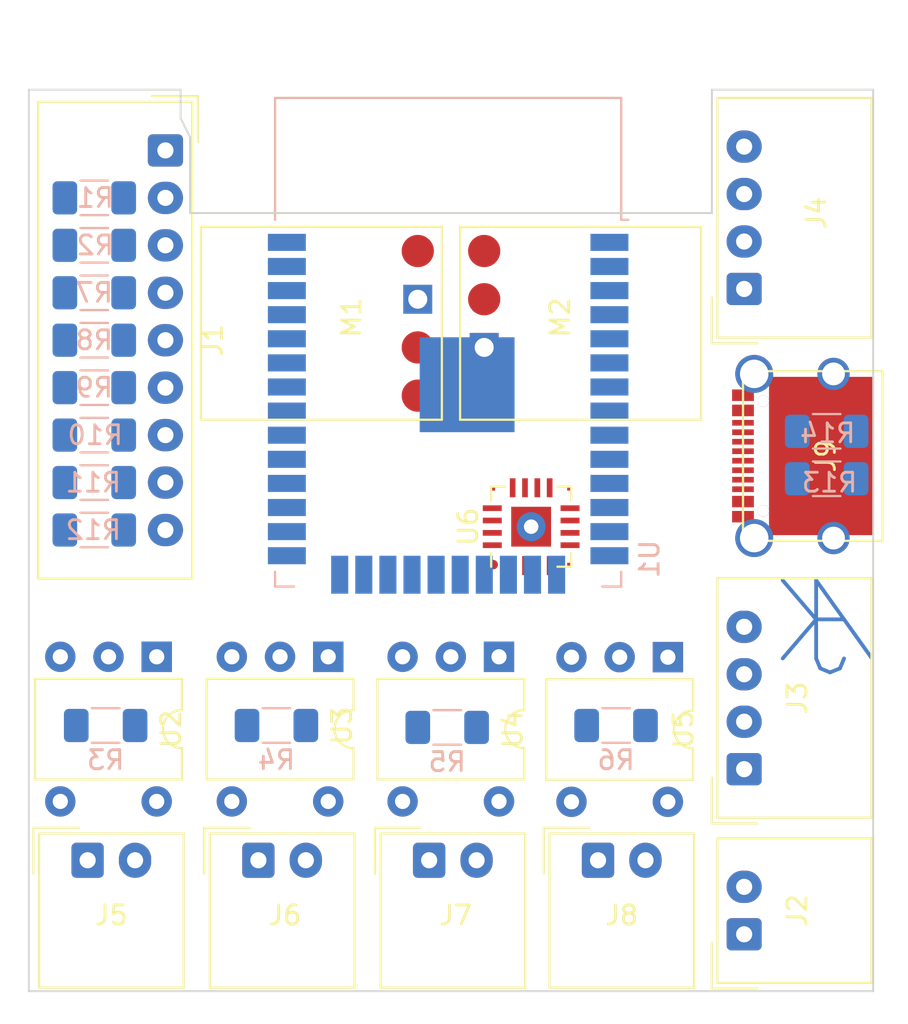
<source format=kicad_pcb>
(kicad_pcb (version 20171130) (host pcbnew "(5.1.9-0-10_14)")

  (general
    (thickness 1.6)
    (drawings 10)
    (tracks 0)
    (zones 0)
    (modules 32)
    (nets 64)
  )

  (page A4)
  (layers
    (0 F.Cu signal)
    (31 B.Cu signal)
    (32 B.Adhes user)
    (33 F.Adhes user)
    (34 B.Paste user)
    (35 F.Paste user)
    (36 B.SilkS user)
    (37 F.SilkS user)
    (38 B.Mask user)
    (39 F.Mask user)
    (40 Dwgs.User user)
    (41 Cmts.User user)
    (42 Eco1.User user)
    (43 Eco2.User user)
    (44 Edge.Cuts user)
    (45 Margin user)
    (46 B.CrtYd user)
    (47 F.CrtYd user)
    (48 B.Fab user)
    (49 F.Fab user)
  )

  (setup
    (last_trace_width 0.25)
    (trace_clearance 0.2)
    (zone_clearance 0.508)
    (zone_45_only no)
    (trace_min 0.2)
    (via_size 0.8)
    (via_drill 0.4)
    (via_min_size 0.4)
    (via_min_drill 0.3)
    (uvia_size 0.3)
    (uvia_drill 0.1)
    (uvias_allowed no)
    (uvia_min_size 0.2)
    (uvia_min_drill 0.1)
    (edge_width 0.1)
    (segment_width 0.2)
    (pcb_text_width 0.3)
    (pcb_text_size 1.5 1.5)
    (mod_edge_width 0.15)
    (mod_text_size 1 1)
    (mod_text_width 0.15)
    (pad_size 1.524 1.524)
    (pad_drill 0.762)
    (pad_to_mask_clearance 0)
    (aux_axis_origin 0 0)
    (visible_elements FFFFFF7F)
    (pcbplotparams
      (layerselection 0x010fc_ffffffff)
      (usegerberextensions false)
      (usegerberattributes true)
      (usegerberadvancedattributes true)
      (creategerberjobfile true)
      (excludeedgelayer true)
      (linewidth 0.100000)
      (plotframeref false)
      (viasonmask false)
      (mode 1)
      (useauxorigin false)
      (hpglpennumber 1)
      (hpglpenspeed 20)
      (hpglpendiameter 15.000000)
      (psnegative false)
      (psa4output false)
      (plotreference true)
      (plotvalue true)
      (plotinvisibletext false)
      (padsonsilk false)
      (subtractmaskfromsilk false)
      (outputformat 1)
      (mirror false)
      (drillshape 1)
      (scaleselection 1)
      (outputdirectory ""))
  )

  (net 0 "")
  (net 1 IN8)
  (net 2 IN7)
  (net 3 IN6)
  (net 4 IN5)
  (net 5 IN4)
  (net 6 IN3)
  (net 7 IN2)
  (net 8 IN1)
  (net 9 GND)
  (net 10 "Net-(J5-Pad2)")
  (net 11 "Net-(J5-Pad1)")
  (net 12 SDA)
  (net 13 SCL)
  (net 14 +3V3)
  (net 15 RFRX)
  (net 16 RFTX)
  (net 17 +5V)
  (net 18 VBUS)
  (net 19 OUT1)
  (net 20 OUT2)
  (net 21 OUT3)
  (net 22 "Net-(R3-Pad1)")
  (net 23 OUT4)
  (net 24 "Net-(R4-Pad1)")
  (net 25 "Net-(J9-PadA5)")
  (net 26 "Net-(J9-PadB5)")
  (net 27 O)
  (net 28 I)
  (net 29 "Net-(U1-Pad32)")
  (net 30 "Net-(U1-Pad29)")
  (net 31 CBUS0)
  (net 32 "Net-(U1-Pad22)")
  (net 33 "Net-(U1-Pad21)")
  (net 34 "Net-(U1-Pad20)")
  (net 35 "Net-(U1-Pad19)")
  (net 36 "Net-(U1-Pad18)")
  (net 37 "Net-(U1-Pad17)")
  (net 38 "Net-(U1-Pad14)")
  (net 39 "Net-(U1-Pad11)")
  (net 40 "Net-(U1-Pad7)")
  (net 41 "Net-(U1-Pad6)")
  (net 42 EN)
  (net 43 "Net-(U2-Pad3)")
  (net 44 "Net-(U3-Pad3)")
  (net 45 "Net-(U4-Pad3)")
  (net 46 "Net-(U5-Pad3)")
  (net 47 D-)
  (net 48 D+)
  (net 49 "Net-(J9-PadA8)")
  (net 50 "Net-(J9-PadB8)")
  (net 51 "Net-(M1-Pad1)")
  (net 52 "Net-(M2-Pad1)")
  (net 53 "Net-(U6-Pad14)")
  (net 54 "Net-(U6-Pad11)")
  (net 55 "Net-(U6-Pad5)")
  (net 56 "Net-(J6-Pad2)")
  (net 57 "Net-(J6-Pad1)")
  (net 58 "Net-(J7-Pad2)")
  (net 59 "Net-(J7-Pad1)")
  (net 60 "Net-(J8-Pad2)")
  (net 61 "Net-(J8-Pad1)")
  (net 62 "Net-(R5-Pad1)")
  (net 63 "Net-(R6-Pad1)")

  (net_class Default "This is the default net class."
    (clearance 0.2)
    (trace_width 0.25)
    (via_dia 0.8)
    (via_drill 0.4)
    (uvia_dia 0.3)
    (uvia_drill 0.1)
    (add_net +3V3)
    (add_net +5V)
    (add_net CBUS0)
    (add_net D+)
    (add_net D-)
    (add_net EN)
    (add_net GND)
    (add_net I)
    (add_net IN1)
    (add_net IN2)
    (add_net IN3)
    (add_net IN4)
    (add_net IN5)
    (add_net IN6)
    (add_net IN7)
    (add_net IN8)
    (add_net "Net-(J5-Pad1)")
    (add_net "Net-(J5-Pad2)")
    (add_net "Net-(J6-Pad1)")
    (add_net "Net-(J6-Pad2)")
    (add_net "Net-(J7-Pad1)")
    (add_net "Net-(J7-Pad2)")
    (add_net "Net-(J8-Pad1)")
    (add_net "Net-(J8-Pad2)")
    (add_net "Net-(J9-PadA5)")
    (add_net "Net-(J9-PadA8)")
    (add_net "Net-(J9-PadB5)")
    (add_net "Net-(J9-PadB8)")
    (add_net "Net-(M1-Pad1)")
    (add_net "Net-(M2-Pad1)")
    (add_net "Net-(R3-Pad1)")
    (add_net "Net-(R4-Pad1)")
    (add_net "Net-(R5-Pad1)")
    (add_net "Net-(R6-Pad1)")
    (add_net "Net-(U1-Pad11)")
    (add_net "Net-(U1-Pad14)")
    (add_net "Net-(U1-Pad17)")
    (add_net "Net-(U1-Pad18)")
    (add_net "Net-(U1-Pad19)")
    (add_net "Net-(U1-Pad20)")
    (add_net "Net-(U1-Pad21)")
    (add_net "Net-(U1-Pad22)")
    (add_net "Net-(U1-Pad29)")
    (add_net "Net-(U1-Pad32)")
    (add_net "Net-(U1-Pad6)")
    (add_net "Net-(U1-Pad7)")
    (add_net "Net-(U2-Pad3)")
    (add_net "Net-(U3-Pad3)")
    (add_net "Net-(U4-Pad3)")
    (add_net "Net-(U5-Pad3)")
    (add_net "Net-(U6-Pad11)")
    (add_net "Net-(U6-Pad14)")
    (add_net "Net-(U6-Pad5)")
    (add_net O)
    (add_net OUT1)
    (add_net OUT2)
    (add_net OUT3)
    (add_net OUT4)
    (add_net RFRX)
    (add_net RFTX)
    (add_net SCL)
    (add_net SDA)
    (add_net VBUS)
  )

  (module Resistor_SMD:R_1206_3216Metric_Pad1.30x1.75mm_HandSolder (layer B.Cu) (tedit 5F68FEEE) (tstamp 60720F04)
    (at 96.95 110.7)
    (descr "Resistor SMD 1206 (3216 Metric), square (rectangular) end terminal, IPC_7351 nominal with elongated pad for handsoldering. (Body size source: IPC-SM-782 page 72, https://www.pcb-3d.com/wordpress/wp-content/uploads/ipc-sm-782a_amendment_1_and_2.pdf), generated with kicad-footprint-generator")
    (tags "resistor handsolder")
    (path /607E16E0)
    (attr smd)
    (fp_text reference R12 (at -0.05 0) (layer B.SilkS)
      (effects (font (size 1 1) (thickness 0.15)) (justify mirror))
    )
    (fp_text value NF (at 0 -1.82) (layer B.Fab)
      (effects (font (size 1 1) (thickness 0.15)) (justify mirror))
    )
    (fp_line (start 2.45 -1.12) (end -2.45 -1.12) (layer B.CrtYd) (width 0.05))
    (fp_line (start 2.45 1.12) (end 2.45 -1.12) (layer B.CrtYd) (width 0.05))
    (fp_line (start -2.45 1.12) (end 2.45 1.12) (layer B.CrtYd) (width 0.05))
    (fp_line (start -2.45 -1.12) (end -2.45 1.12) (layer B.CrtYd) (width 0.05))
    (fp_line (start -0.727064 -0.91) (end 0.727064 -0.91) (layer B.SilkS) (width 0.12))
    (fp_line (start -0.727064 0.91) (end 0.727064 0.91) (layer B.SilkS) (width 0.12))
    (fp_line (start 1.6 -0.8) (end -1.6 -0.8) (layer B.Fab) (width 0.1))
    (fp_line (start 1.6 0.8) (end 1.6 -0.8) (layer B.Fab) (width 0.1))
    (fp_line (start -1.6 0.8) (end 1.6 0.8) (layer B.Fab) (width 0.1))
    (fp_line (start -1.6 -0.8) (end -1.6 0.8) (layer B.Fab) (width 0.1))
    (fp_text user %R (at 0.45 0) (layer B.Fab)
      (effects (font (size 0.8 0.8) (thickness 0.12)) (justify mirror))
    )
    (pad 2 smd roundrect (at 1.55 0) (size 1.3 1.75) (layers B.Cu B.Paste B.Mask) (roundrect_rratio 0.192308)
      (net 1 IN8))
    (pad 1 smd roundrect (at -1.55 0) (size 1.3 1.75) (layers B.Cu B.Paste B.Mask) (roundrect_rratio 0.192308)
      (net 14 +3V3))
    (model ${KISYS3DMOD}/Resistor_SMD.3dshapes/R_1206_3216Metric.wrl
      (at (xyz 0 0 0))
      (scale (xyz 1 1 1))
      (rotate (xyz 0 0 0))
    )
  )

  (module Resistor_SMD:R_1206_3216Metric_Pad1.30x1.75mm_HandSolder (layer B.Cu) (tedit 5F68FEEE) (tstamp 60720EF3)
    (at 96.95 108.2)
    (descr "Resistor SMD 1206 (3216 Metric), square (rectangular) end terminal, IPC_7351 nominal with elongated pad for handsoldering. (Body size source: IPC-SM-782 page 72, https://www.pcb-3d.com/wordpress/wp-content/uploads/ipc-sm-782a_amendment_1_and_2.pdf), generated with kicad-footprint-generator")
    (tags "resistor handsolder")
    (path /607E16DA)
    (attr smd)
    (fp_text reference R11 (at -0.05 0) (layer B.SilkS)
      (effects (font (size 1 1) (thickness 0.15)) (justify mirror))
    )
    (fp_text value NF (at 0 -1.82) (layer B.Fab)
      (effects (font (size 1 1) (thickness 0.15)) (justify mirror))
    )
    (fp_line (start 2.45 -1.12) (end -2.45 -1.12) (layer B.CrtYd) (width 0.05))
    (fp_line (start 2.45 1.12) (end 2.45 -1.12) (layer B.CrtYd) (width 0.05))
    (fp_line (start -2.45 1.12) (end 2.45 1.12) (layer B.CrtYd) (width 0.05))
    (fp_line (start -2.45 -1.12) (end -2.45 1.12) (layer B.CrtYd) (width 0.05))
    (fp_line (start -0.727064 -0.91) (end 0.727064 -0.91) (layer B.SilkS) (width 0.12))
    (fp_line (start -0.727064 0.91) (end 0.727064 0.91) (layer B.SilkS) (width 0.12))
    (fp_line (start 1.6 -0.8) (end -1.6 -0.8) (layer B.Fab) (width 0.1))
    (fp_line (start 1.6 0.8) (end 1.6 -0.8) (layer B.Fab) (width 0.1))
    (fp_line (start -1.6 0.8) (end 1.6 0.8) (layer B.Fab) (width 0.1))
    (fp_line (start -1.6 -0.8) (end -1.6 0.8) (layer B.Fab) (width 0.1))
    (fp_text user %R (at 0 0) (layer B.Fab)
      (effects (font (size 0.8 0.8) (thickness 0.12)) (justify mirror))
    )
    (pad 2 smd roundrect (at 1.55 0) (size 1.3 1.75) (layers B.Cu B.Paste B.Mask) (roundrect_rratio 0.192308)
      (net 2 IN7))
    (pad 1 smd roundrect (at -1.55 0) (size 1.3 1.75) (layers B.Cu B.Paste B.Mask) (roundrect_rratio 0.192308)
      (net 14 +3V3))
    (model ${KISYS3DMOD}/Resistor_SMD.3dshapes/R_1206_3216Metric.wrl
      (at (xyz 0 0 0))
      (scale (xyz 1 1 1))
      (rotate (xyz 0 0 0))
    )
  )

  (module Resistor_SMD:R_1206_3216Metric_Pad1.30x1.75mm_HandSolder (layer B.Cu) (tedit 5F68FEEE) (tstamp 60721996)
    (at 96.95 105.7)
    (descr "Resistor SMD 1206 (3216 Metric), square (rectangular) end terminal, IPC_7351 nominal with elongated pad for handsoldering. (Body size source: IPC-SM-782 page 72, https://www.pcb-3d.com/wordpress/wp-content/uploads/ipc-sm-782a_amendment_1_and_2.pdf), generated with kicad-footprint-generator")
    (tags "resistor handsolder")
    (path /607E16D4)
    (attr smd)
    (fp_text reference R10 (at 0.05 0) (layer B.SilkS)
      (effects (font (size 1 1) (thickness 0.15)) (justify mirror))
    )
    (fp_text value NF (at 0 -1.82) (layer B.Fab)
      (effects (font (size 1 1) (thickness 0.15)) (justify mirror))
    )
    (fp_line (start 2.45 -1.12) (end -2.45 -1.12) (layer B.CrtYd) (width 0.05))
    (fp_line (start 2.45 1.12) (end 2.45 -1.12) (layer B.CrtYd) (width 0.05))
    (fp_line (start -2.45 1.12) (end 2.45 1.12) (layer B.CrtYd) (width 0.05))
    (fp_line (start -2.45 -1.12) (end -2.45 1.12) (layer B.CrtYd) (width 0.05))
    (fp_line (start -0.727064 -0.91) (end 0.727064 -0.91) (layer B.SilkS) (width 0.12))
    (fp_line (start -0.727064 0.91) (end 0.727064 0.91) (layer B.SilkS) (width 0.12))
    (fp_line (start 1.6 -0.8) (end -1.6 -0.8) (layer B.Fab) (width 0.1))
    (fp_line (start 1.6 0.8) (end 1.6 -0.8) (layer B.Fab) (width 0.1))
    (fp_line (start -1.6 0.8) (end 1.6 0.8) (layer B.Fab) (width 0.1))
    (fp_line (start -1.6 -0.8) (end -1.6 0.8) (layer B.Fab) (width 0.1))
    (fp_text user %R (at 0 0) (layer B.Fab)
      (effects (font (size 0.8 0.8) (thickness 0.12)) (justify mirror))
    )
    (pad 2 smd roundrect (at 1.55 0) (size 1.3 1.75) (layers B.Cu B.Paste B.Mask) (roundrect_rratio 0.192308)
      (net 3 IN6))
    (pad 1 smd roundrect (at -1.55 0) (size 1.3 1.75) (layers B.Cu B.Paste B.Mask) (roundrect_rratio 0.192308)
      (net 14 +3V3))
    (model ${KISYS3DMOD}/Resistor_SMD.3dshapes/R_1206_3216Metric.wrl
      (at (xyz 0 0 0))
      (scale (xyz 1 1 1))
      (rotate (xyz 0 0 0))
    )
  )

  (module Resistor_SMD:R_1206_3216Metric_Pad1.30x1.75mm_HandSolder (layer B.Cu) (tedit 5F68FEEE) (tstamp 607219F7)
    (at 96.95 103.2)
    (descr "Resistor SMD 1206 (3216 Metric), square (rectangular) end terminal, IPC_7351 nominal with elongated pad for handsoldering. (Body size source: IPC-SM-782 page 72, https://www.pcb-3d.com/wordpress/wp-content/uploads/ipc-sm-782a_amendment_1_and_2.pdf), generated with kicad-footprint-generator")
    (tags "resistor handsolder")
    (path /607E16CE)
    (attr smd)
    (fp_text reference R9 (at 0 0) (layer B.SilkS)
      (effects (font (size 1 1) (thickness 0.15)) (justify mirror))
    )
    (fp_text value NF (at 0 -1.82) (layer B.Fab)
      (effects (font (size 1 1) (thickness 0.15)) (justify mirror))
    )
    (fp_line (start 2.45 -1.12) (end -2.45 -1.12) (layer B.CrtYd) (width 0.05))
    (fp_line (start 2.45 1.12) (end 2.45 -1.12) (layer B.CrtYd) (width 0.05))
    (fp_line (start -2.45 1.12) (end 2.45 1.12) (layer B.CrtYd) (width 0.05))
    (fp_line (start -2.45 -1.12) (end -2.45 1.12) (layer B.CrtYd) (width 0.05))
    (fp_line (start -0.727064 -0.91) (end 0.727064 -0.91) (layer B.SilkS) (width 0.12))
    (fp_line (start -0.727064 0.91) (end 0.727064 0.91) (layer B.SilkS) (width 0.12))
    (fp_line (start 1.6 -0.8) (end -1.6 -0.8) (layer B.Fab) (width 0.1))
    (fp_line (start 1.6 0.8) (end 1.6 -0.8) (layer B.Fab) (width 0.1))
    (fp_line (start -1.6 0.8) (end 1.6 0.8) (layer B.Fab) (width 0.1))
    (fp_line (start -1.6 -0.8) (end -1.6 0.8) (layer B.Fab) (width 0.1))
    (fp_text user %R (at 0 0) (layer B.Fab)
      (effects (font (size 0.8 0.8) (thickness 0.12)) (justify mirror))
    )
    (pad 2 smd roundrect (at 1.55 0) (size 1.3 1.75) (layers B.Cu B.Paste B.Mask) (roundrect_rratio 0.192308)
      (net 4 IN5))
    (pad 1 smd roundrect (at -1.55 0) (size 1.3 1.75) (layers B.Cu B.Paste B.Mask) (roundrect_rratio 0.192308)
      (net 14 +3V3))
    (model ${KISYS3DMOD}/Resistor_SMD.3dshapes/R_1206_3216Metric.wrl
      (at (xyz 0 0 0))
      (scale (xyz 1 1 1))
      (rotate (xyz 0 0 0))
    )
  )

  (module Resistor_SMD:R_1206_3216Metric_Pad1.30x1.75mm_HandSolder (layer B.Cu) (tedit 5F68FEEE) (tstamp 60721A58)
    (at 96.95 100.7)
    (descr "Resistor SMD 1206 (3216 Metric), square (rectangular) end terminal, IPC_7351 nominal with elongated pad for handsoldering. (Body size source: IPC-SM-782 page 72, https://www.pcb-3d.com/wordpress/wp-content/uploads/ipc-sm-782a_amendment_1_and_2.pdf), generated with kicad-footprint-generator")
    (tags "resistor handsolder")
    (path /607DEA1A)
    (attr smd)
    (fp_text reference R8 (at 0 0) (layer B.SilkS)
      (effects (font (size 1 1) (thickness 0.15)) (justify mirror))
    )
    (fp_text value NF (at 0 -1.82) (layer B.Fab)
      (effects (font (size 1 1) (thickness 0.15)) (justify mirror))
    )
    (fp_line (start 2.45 -1.12) (end -2.45 -1.12) (layer B.CrtYd) (width 0.05))
    (fp_line (start 2.45 1.12) (end 2.45 -1.12) (layer B.CrtYd) (width 0.05))
    (fp_line (start -2.45 1.12) (end 2.45 1.12) (layer B.CrtYd) (width 0.05))
    (fp_line (start -2.45 -1.12) (end -2.45 1.12) (layer B.CrtYd) (width 0.05))
    (fp_line (start -0.727064 -0.91) (end 0.727064 -0.91) (layer B.SilkS) (width 0.12))
    (fp_line (start -0.727064 0.91) (end 0.727064 0.91) (layer B.SilkS) (width 0.12))
    (fp_line (start 1.6 -0.8) (end -1.6 -0.8) (layer B.Fab) (width 0.1))
    (fp_line (start 1.6 0.8) (end 1.6 -0.8) (layer B.Fab) (width 0.1))
    (fp_line (start -1.6 0.8) (end 1.6 0.8) (layer B.Fab) (width 0.1))
    (fp_line (start -1.6 -0.8) (end -1.6 0.8) (layer B.Fab) (width 0.1))
    (fp_text user %R (at 0 0) (layer B.Fab)
      (effects (font (size 0.8 0.8) (thickness 0.12)) (justify mirror))
    )
    (pad 2 smd roundrect (at 1.55 0) (size 1.3 1.75) (layers B.Cu B.Paste B.Mask) (roundrect_rratio 0.192308)
      (net 5 IN4))
    (pad 1 smd roundrect (at -1.55 0) (size 1.3 1.75) (layers B.Cu B.Paste B.Mask) (roundrect_rratio 0.192308)
      (net 14 +3V3))
    (model ${KISYS3DMOD}/Resistor_SMD.3dshapes/R_1206_3216Metric.wrl
      (at (xyz 0 0 0))
      (scale (xyz 1 1 1))
      (rotate (xyz 0 0 0))
    )
  )

  (module Resistor_SMD:R_1206_3216Metric_Pad1.30x1.75mm_HandSolder (layer B.Cu) (tedit 5F68FEEE) (tstamp 60721AB9)
    (at 96.95 98.2)
    (descr "Resistor SMD 1206 (3216 Metric), square (rectangular) end terminal, IPC_7351 nominal with elongated pad for handsoldering. (Body size source: IPC-SM-782 page 72, https://www.pcb-3d.com/wordpress/wp-content/uploads/ipc-sm-782a_amendment_1_and_2.pdf), generated with kicad-footprint-generator")
    (tags "resistor handsolder")
    (path /607DEA14)
    (attr smd)
    (fp_text reference R7 (at 0 0) (layer B.SilkS)
      (effects (font (size 1 1) (thickness 0.15)) (justify mirror))
    )
    (fp_text value NF (at 0 -1.82) (layer B.Fab)
      (effects (font (size 1 1) (thickness 0.15)) (justify mirror))
    )
    (fp_line (start 2.45 -1.12) (end -2.45 -1.12) (layer B.CrtYd) (width 0.05))
    (fp_line (start 2.45 1.12) (end 2.45 -1.12) (layer B.CrtYd) (width 0.05))
    (fp_line (start -2.45 1.12) (end 2.45 1.12) (layer B.CrtYd) (width 0.05))
    (fp_line (start -2.45 -1.12) (end -2.45 1.12) (layer B.CrtYd) (width 0.05))
    (fp_line (start -0.727064 -0.91) (end 0.727064 -0.91) (layer B.SilkS) (width 0.12))
    (fp_line (start -0.727064 0.91) (end 0.727064 0.91) (layer B.SilkS) (width 0.12))
    (fp_line (start 1.6 -0.8) (end -1.6 -0.8) (layer B.Fab) (width 0.1))
    (fp_line (start 1.6 0.8) (end 1.6 -0.8) (layer B.Fab) (width 0.1))
    (fp_line (start -1.6 0.8) (end 1.6 0.8) (layer B.Fab) (width 0.1))
    (fp_line (start -1.6 -0.8) (end -1.6 0.8) (layer B.Fab) (width 0.1))
    (fp_text user %R (at 0 0) (layer B.Fab)
      (effects (font (size 0.8 0.8) (thickness 0.12)) (justify mirror))
    )
    (pad 2 smd roundrect (at 1.55 0) (size 1.3 1.75) (layers B.Cu B.Paste B.Mask) (roundrect_rratio 0.192308)
      (net 6 IN3))
    (pad 1 smd roundrect (at -1.55 0) (size 1.3 1.75) (layers B.Cu B.Paste B.Mask) (roundrect_rratio 0.192308)
      (net 14 +3V3))
    (model ${KISYS3DMOD}/Resistor_SMD.3dshapes/R_1206_3216Metric.wrl
      (at (xyz 0 0 0))
      (scale (xyz 1 1 1))
      (rotate (xyz 0 0 0))
    )
  )

  (module Resistor_SMD:R_1206_3216Metric_Pad1.30x1.75mm_HandSolder (layer B.Cu) (tedit 5F68FEEE) (tstamp 60721B1A)
    (at 96.95 95.7)
    (descr "Resistor SMD 1206 (3216 Metric), square (rectangular) end terminal, IPC_7351 nominal with elongated pad for handsoldering. (Body size source: IPC-SM-782 page 72, https://www.pcb-3d.com/wordpress/wp-content/uploads/ipc-sm-782a_amendment_1_and_2.pdf), generated with kicad-footprint-generator")
    (tags "resistor handsolder")
    (path /607D931A)
    (attr smd)
    (fp_text reference R2 (at 0.05 0) (layer B.SilkS)
      (effects (font (size 1 1) (thickness 0.15)) (justify mirror))
    )
    (fp_text value NF (at 0 -1.82) (layer B.Fab)
      (effects (font (size 1 1) (thickness 0.15)) (justify mirror))
    )
    (fp_line (start 2.45 -1.12) (end -2.45 -1.12) (layer B.CrtYd) (width 0.05))
    (fp_line (start 2.45 1.12) (end 2.45 -1.12) (layer B.CrtYd) (width 0.05))
    (fp_line (start -2.45 1.12) (end 2.45 1.12) (layer B.CrtYd) (width 0.05))
    (fp_line (start -2.45 -1.12) (end -2.45 1.12) (layer B.CrtYd) (width 0.05))
    (fp_line (start -0.727064 -0.91) (end 0.727064 -0.91) (layer B.SilkS) (width 0.12))
    (fp_line (start -0.727064 0.91) (end 0.727064 0.91) (layer B.SilkS) (width 0.12))
    (fp_line (start 1.6 -0.8) (end -1.6 -0.8) (layer B.Fab) (width 0.1))
    (fp_line (start 1.6 0.8) (end 1.6 -0.8) (layer B.Fab) (width 0.1))
    (fp_line (start -1.6 0.8) (end 1.6 0.8) (layer B.Fab) (width 0.1))
    (fp_line (start -1.6 -0.8) (end -1.6 0.8) (layer B.Fab) (width 0.1))
    (fp_text user %R (at 0 0) (layer B.Fab)
      (effects (font (size 0.8 0.8) (thickness 0.12)) (justify mirror))
    )
    (pad 2 smd roundrect (at 1.55 0) (size 1.3 1.75) (layers B.Cu B.Paste B.Mask) (roundrect_rratio 0.192308)
      (net 7 IN2))
    (pad 1 smd roundrect (at -1.55 0) (size 1.3 1.75) (layers B.Cu B.Paste B.Mask) (roundrect_rratio 0.192308)
      (net 14 +3V3))
    (model ${KISYS3DMOD}/Resistor_SMD.3dshapes/R_1206_3216Metric.wrl
      (at (xyz 0 0 0))
      (scale (xyz 1 1 1))
      (rotate (xyz 0 0 0))
    )
  )

  (module Resistor_SMD:R_1206_3216Metric_Pad1.30x1.75mm_HandSolder (layer B.Cu) (tedit 5F68FEEE) (tstamp 60723FED)
    (at 96.95 93.2)
    (descr "Resistor SMD 1206 (3216 Metric), square (rectangular) end terminal, IPC_7351 nominal with elongated pad for handsoldering. (Body size source: IPC-SM-782 page 72, https://www.pcb-3d.com/wordpress/wp-content/uploads/ipc-sm-782a_amendment_1_and_2.pdf), generated with kicad-footprint-generator")
    (tags "resistor handsolder")
    (path /607D6B75)
    (attr smd)
    (fp_text reference R1 (at 0.05 0) (layer B.SilkS)
      (effects (font (size 1 1) (thickness 0.15)) (justify mirror))
    )
    (fp_text value NF (at 0 -1.82) (layer B.Fab)
      (effects (font (size 1 1) (thickness 0.15)) (justify mirror))
    )
    (fp_line (start 2.45 -1.12) (end -2.45 -1.12) (layer B.CrtYd) (width 0.05))
    (fp_line (start 2.45 1.12) (end 2.45 -1.12) (layer B.CrtYd) (width 0.05))
    (fp_line (start -2.45 1.12) (end 2.45 1.12) (layer B.CrtYd) (width 0.05))
    (fp_line (start -2.45 -1.12) (end -2.45 1.12) (layer B.CrtYd) (width 0.05))
    (fp_line (start -0.727064 -0.91) (end 0.727064 -0.91) (layer B.SilkS) (width 0.12))
    (fp_line (start -0.727064 0.91) (end 0.727064 0.91) (layer B.SilkS) (width 0.12))
    (fp_line (start 1.6 -0.8) (end -1.6 -0.8) (layer B.Fab) (width 0.1))
    (fp_line (start 1.6 0.8) (end 1.6 -0.8) (layer B.Fab) (width 0.1))
    (fp_line (start -1.6 0.8) (end 1.6 0.8) (layer B.Fab) (width 0.1))
    (fp_line (start -1.6 -0.8) (end -1.6 0.8) (layer B.Fab) (width 0.1))
    (fp_text user %R (at 0 0) (layer B.Fab)
      (effects (font (size 0.8 0.8) (thickness 0.12)) (justify mirror))
    )
    (pad 2 smd roundrect (at 1.55 0) (size 1.3 1.75) (layers B.Cu B.Paste B.Mask) (roundrect_rratio 0.192308)
      (net 8 IN1))
    (pad 1 smd roundrect (at -1.55 0) (size 1.3 1.75) (layers B.Cu B.Paste B.Mask) (roundrect_rratio 0.192308)
      (net 14 +3V3))
    (model ${KISYS3DMOD}/Resistor_SMD.3dshapes/R_1206_3216Metric.wrl
      (at (xyz 0 0 0))
      (scale (xyz 1 1 1))
      (rotate (xyz 0 0 0))
    )
  )

  (module "RevK:QFN-16-(hand)-1EP_4x4mm_P0.65mm_EP2.1x2.1mm" (layer F.Cu) (tedit 60646805) (tstamp 60724615)
    (at 119.975 110.525 90)
    (descr "QFN, 16 Pin (http://www.thatcorp.com/datashts/THAT_1580_Datasheet.pdf), generated with kicad-footprint-generator ipc_noLead_generator.py")
    (tags "QFN NoLead")
    (path /6043CF0E)
    (attr smd)
    (fp_text reference U6 (at 0 -3.32 90) (layer F.SilkS)
      (effects (font (size 1 1) (thickness 0.15)))
    )
    (fp_text value FT230XQ (at 0 3.32 90) (layer F.Fab)
      (effects (font (size 1 1) (thickness 0.15)))
    )
    (fp_line (start 1.385 -2.11) (end 2.11 -2.11) (layer F.SilkS) (width 0.12))
    (fp_line (start 2.11 -2.11) (end 2.11 -1.385) (layer F.SilkS) (width 0.12))
    (fp_line (start -1.385 2.11) (end -2.11 2.11) (layer F.SilkS) (width 0.12))
    (fp_line (start -2.11 2.11) (end -2.11 1.385) (layer F.SilkS) (width 0.12))
    (fp_line (start 1.385 2.11) (end 2.11 2.11) (layer F.SilkS) (width 0.12))
    (fp_line (start 2.11 2.11) (end 2.11 1.385) (layer F.SilkS) (width 0.12))
    (fp_line (start -1.385 -2.11) (end -2.11 -2.11) (layer F.SilkS) (width 0.12))
    (fp_line (start -1 -2) (end 2 -2) (layer F.Fab) (width 0.1))
    (fp_line (start 2 -2) (end 2 2) (layer F.Fab) (width 0.1))
    (fp_line (start 2 2) (end -2 2) (layer F.Fab) (width 0.1))
    (fp_line (start -2 2) (end -2 -1) (layer F.Fab) (width 0.1))
    (fp_line (start -2 -1) (end -1 -2) (layer F.Fab) (width 0.1))
    (fp_line (start -2.62 -2.62) (end -2.62 2.62) (layer F.CrtYd) (width 0.05))
    (fp_line (start -2.62 2.62) (end 2.62 2.62) (layer F.CrtYd) (width 0.05))
    (fp_line (start 2.62 2.62) (end 2.62 -2.62) (layer F.CrtYd) (width 0.05))
    (fp_line (start 2.62 -2.62) (end -2.62 -2.62) (layer F.CrtYd) (width 0.05))
    (fp_text user %R (at 2.2 -3.4 90) (layer B.Fab)
      (effects (font (size 1 1) (thickness 0.15)) (justify mirror))
    )
    (pad ~ smd rect (at -2 -2 90) (size 0.2 0.2) (layers F.Cu)
      (clearance 0.5))
    (pad ~ smd rect (at 2 2 90) (size 0.2 0.2) (layers F.Cu)
      (clearance 0.5))
    (pad ~ smd rect (at -2 2 90) (size 0.2 0.2) (layers F.Cu)
      (clearance 0.5))
    (pad ~ smd rect (at 2 -2 90) (size 0.2 0.2) (layers F.Cu)
      (clearance 0.5))
    (pad ~ smd circle (at -2 -2 90) (size 0.5 0.5) (layers F.Cu))
    (pad 17 thru_hole circle (at 0 0 90) (size 1.524 1.524) (drill 0.762) (layers *.Cu *.Mask)
      (net 9 GND))
    (pad "" smd roundrect (at 0.525 0.525 90) (size 0.85 0.85) (layers F.Paste) (roundrect_rratio 0.25))
    (pad "" smd roundrect (at 0.525 -0.525 90) (size 0.85 0.85) (layers F.Paste) (roundrect_rratio 0.25))
    (pad "" smd roundrect (at -0.525 0.525 90) (size 0.85 0.85) (layers F.Paste) (roundrect_rratio 0.25))
    (pad "" smd roundrect (at -0.525 -0.525 90) (size 0.85 0.85) (layers F.Paste) (roundrect_rratio 0.25))
    (pad 17 smd rect (at 0 0 90) (size 2.1 2.1) (layers F.Cu F.Mask)
      (net 9 GND))
    (pad 16 smd rect (at -0.975 -2.05 90) (size 0.3 1) (layers F.Cu F.Paste F.Mask)
      (net 42 EN))
    (pad 15 smd rect (at -0.325 -2.05 90) (size 0.3 1) (layers F.Cu F.Paste F.Mask)
      (net 28 I))
    (pad 14 smd rect (at 0.325 -2.05 90) (size 0.3 1) (layers F.Cu F.Paste F.Mask)
      (net 53 "Net-(U6-Pad14)"))
    (pad 13 smd rect (at 0.975 -2.05 90) (size 0.3 1) (layers F.Cu F.Paste F.Mask)
      (net 9 GND))
    (pad 12 smd rect (at 2.05 -0.975 90) (size 1 0.3) (layers F.Cu F.Paste F.Mask)
      (net 31 CBUS0))
    (pad 11 smd rect (at 2.05 -0.325 90) (size 1 0.3) (layers F.Cu F.Paste F.Mask)
      (net 54 "Net-(U6-Pad11)"))
    (pad 10 smd rect (at 2.05 0.325 90) (size 1 0.3) (layers F.Cu F.Paste F.Mask)
      (net 14 +3V3))
    (pad 9 smd rect (at 2.05 0.975 90) (size 1 0.3) (layers F.Cu F.Paste F.Mask)
      (net 14 +3V3))
    (pad 8 smd rect (at 0.975 2.05 90) (size 0.3 1) (layers F.Cu F.Paste F.Mask)
      (net 14 +3V3))
    (pad 7 smd rect (at 0.325 2.05 90) (size 0.3 1) (layers F.Cu F.Paste F.Mask)
      (net 47 D-))
    (pad 6 smd rect (at -0.325 2.05 90) (size 0.3 1) (layers F.Cu F.Paste F.Mask)
      (net 48 D+))
    (pad 5 smd rect (at -0.975 2.05 90) (size 0.3 1) (layers F.Cu F.Paste F.Mask)
      (net 55 "Net-(U6-Pad5)"))
    (pad 4 smd rect (at -2.05 0.975 90) (size 1 0.3) (layers F.Cu F.Paste F.Mask)
      (net 9 GND))
    (pad 3 smd rect (at -2.05 0.325 90) (size 1 0.3) (layers F.Cu F.Paste F.Mask)
      (net 9 GND))
    (pad 2 smd rect (at -2.05 -0.325 90) (size 1 0.3) (layers F.Cu F.Paste F.Mask)
      (net 27 O))
    (pad 1 smd rect (at -2.05 -0.975 90) (size 1 0.3) (layers F.Cu F.Paste F.Mask)
      (net 14 +3V3))
    (model ${KISYS3DMOD}/Package_DFN_QFN.3dshapes/QFN-16-1EP_4x4mm_P0.65mm_EP2.1x2.1mm.wrl
      (at (xyz 0 0 0))
      (scale (xyz 1 1 1))
      (rotate (xyz 0 0 0))
    )
  )

  (module RevK:D24V5F3-SMD-Like (layer F.Cu) (tedit 605EF9FC) (tstamp 6071D468)
    (at 116.23 99.81 270)
    (path /60736BEE)
    (fp_text reference M2 (at -0.31 -5.27 270) (layer F.SilkS)
      (effects (font (size 1 1) (thickness 0.15)))
    )
    (fp_text value D24V5F5-NoSHDN (at 0 -10.16 270) (layer F.Fab)
      (effects (font (size 1 1) (thickness 0.15)))
    )
    (fp_line (start 5.08 0) (end -5.08 0) (layer F.SilkS) (width 0.12))
    (fp_line (start 5.08 -12.7) (end 5.08 0) (layer F.SilkS) (width 0.12))
    (fp_line (start -5.08 -12.7) (end 5.08 -12.7) (layer F.SilkS) (width 0.12))
    (fp_line (start -5.08 0) (end -5.08 -12.7) (layer F.SilkS) (width 0.12))
    (fp_line (start -5.08 0) (end -5.08 -12.7) (layer F.CrtYd) (width 0.12))
    (fp_line (start -5.08 -12.7) (end 5.08 -12.7) (layer F.CrtYd) (width 0.12))
    (fp_line (start 5.08 -12.7) (end 5.08 0) (layer F.CrtYd) (width 0.12))
    (fp_line (start 5.08 0) (end -5.08 0) (layer F.CrtYd) (width 0.12))
    (pad 1 smd circle (at -3.81 -1.27 270) (size 1.7 1.7) (layers F.Cu F.Paste F.Mask)
      (net 52 "Net-(M2-Pad1)") (clearance 0.5))
    (pad 4 smd circle (at 3.81 -1.27 270) (size 1.7 1.7) (layers F.Cu F.Paste F.Mask)
      (net 17 +5V) (clearance 0.5))
    (pad 3 thru_hole rect (at 1.27 -1.27 270) (size 1.524 1.524) (drill 1) (layers *.Cu *.Mask)
      (net 9 GND) (clearance 0.5))
    (pad 2 smd circle (at -1.27 -1.27 270) (size 1.7 1.7) (layers F.Cu F.Paste F.Mask)
      (net 18 VBUS) (clearance 0.5))
    (model /Users/adrian/Documents/KiCad/STEP/d24v5fx-step-down-voltage-regulator.step
      (offset (xyz -5.08 0 0))
      (scale (xyz 1 1 1))
      (rotate (xyz 0 0 0))
    )
  )

  (module RevK:D24V5F3-SMD-Like (layer F.Cu) (tedit 605EF9FC) (tstamp 6071D458)
    (at 115.27 99.81 90)
    (path /60455088)
    (fp_text reference M1 (at 0.31 -4.77 90) (layer F.SilkS)
      (effects (font (size 1 1) (thickness 0.15)))
    )
    (fp_text value D24V5F3-NoSHDN (at 0 -10.16 270) (layer F.Fab)
      (effects (font (size 1 1) (thickness 0.15)))
    )
    (fp_line (start 5.08 0) (end -5.08 0) (layer F.SilkS) (width 0.12))
    (fp_line (start 5.08 -12.7) (end 5.08 0) (layer F.SilkS) (width 0.12))
    (fp_line (start -5.08 -12.7) (end 5.08 -12.7) (layer F.SilkS) (width 0.12))
    (fp_line (start -5.08 0) (end -5.08 -12.7) (layer F.SilkS) (width 0.12))
    (fp_line (start -5.08 0) (end -5.08 -12.7) (layer F.CrtYd) (width 0.12))
    (fp_line (start -5.08 -12.7) (end 5.08 -12.7) (layer F.CrtYd) (width 0.12))
    (fp_line (start 5.08 -12.7) (end 5.08 0) (layer F.CrtYd) (width 0.12))
    (fp_line (start 5.08 0) (end -5.08 0) (layer F.CrtYd) (width 0.12))
    (pad 1 smd circle (at -3.81 -1.27 90) (size 1.7 1.7) (layers F.Cu F.Paste F.Mask)
      (net 51 "Net-(M1-Pad1)") (clearance 0.5))
    (pad 4 smd circle (at 3.81 -1.27 90) (size 1.7 1.7) (layers F.Cu F.Paste F.Mask)
      (net 14 +3V3) (clearance 0.5))
    (pad 3 thru_hole rect (at 1.27 -1.27 90) (size 1.524 1.524) (drill 1) (layers *.Cu *.Mask)
      (net 9 GND) (clearance 0.5))
    (pad 2 smd circle (at -1.27 -1.27 90) (size 1.7 1.7) (layers F.Cu F.Paste F.Mask)
      (net 18 VBUS) (clearance 0.5))
    (model /Users/adrian/Documents/KiCad/STEP/d24v5fx-step-down-voltage-regulator.step
      (offset (xyz -5.08 0 0))
      (scale (xyz 1 1 1))
      (rotate (xyz 0 0 0))
    )
  )

  (module RevK:USC16-TR-Round (layer F.Cu) (tedit 6045DACD) (tstamp 6071D448)
    (at 138 106.8 90)
    (descr "USB Type C CMT R/A PCB  Mount Socket 16pin Power+Data")
    (tags USB-C)
    (path /60436927)
    (attr smd)
    (fp_text reference J9 (at 0 -2.5 90) (layer F.SilkS)
      (effects (font (size 1 1) (thickness 0.15)))
    )
    (fp_text value USB-C (at 0 -9.5 90) (layer F.Fab)
      (effects (font (size 1 1) (thickness 0.15)))
    )
    (fp_line (start -5 0) (end 5 0) (layer Dwgs.User) (width 0.12))
    (fp_line (start -4.47 0.49) (end 4.47 0.49) (layer F.SilkS) (width 0.12))
    (fp_line (start 4.47 -6.86) (end 4.47 0.49) (layer F.SilkS) (width 0.12))
    (fp_line (start -4.47 -6.86) (end 4.47 -6.86) (layer F.SilkS) (width 0.12))
    (fp_line (start -4.47 0.49) (end -4.47 -6.86) (layer F.SilkS) (width 0.12))
    (fp_line (start -4.5 0.5) (end -4.5 -6.9) (layer F.CrtYd) (width 0.12))
    (fp_line (start -4.5 -6.9) (end 4.5 -6.9) (layer F.CrtYd) (width 0.12))
    (fp_line (start 4.5 -6.9) (end 4.5 0.5) (layer F.CrtYd) (width 0.12))
    (fp_line (start 4.5 0.5) (end -4.5 0.5) (layer F.CrtYd) (width 0.12))
    (pad S1 smd rect (at 0 -2.745 90) (size 8.34 5.49) (layers F.Cu)
      (net 9 GND))
    (pad A12 smd rect (at 3.2 -6.86 90) (size 0.6 1.14) (layers F.Cu F.Paste F.Mask)
      (net 9 GND))
    (pad A4 smd rect (at -2.4 -6.86 90) (size 0.6 1.14) (layers F.Cu F.Paste F.Mask)
      (net 18 VBUS))
    (pad B12 smd rect (at -3.2 -6.86 90) (size 0.6 1.14) (layers F.Cu F.Paste F.Mask)
      (net 9 GND))
    (pad B4 smd rect (at 2.4 -6.86 90) (size 0.6 1.14) (layers F.Cu F.Paste F.Mask)
      (net 18 VBUS))
    (pad S1 thru_hole circle (at 4.325 -2.09 90) (size 1.7 1.7) (drill 1.2) (layers *.Cu *.Mask)
      (net 9 GND))
    (pad S1 thru_hole circle (at -4.325 -2.09 90) (size 1.7 1.7) (drill 1.2) (layers *.Cu *.Mask)
      (net 9 GND))
    (pad S1 thru_hole circle (at 4.325 -6.27 90) (size 2 2) (drill 1.5) (layers *.Cu *.Mask)
      (net 9 GND))
    (pad S1 thru_hole circle (at -4.325 -6.27 90) (size 2 2) (drill 1.5) (layers *.Cu *.Mask)
      (net 9 GND))
    (pad A7 smd rect (at 0.25 -6.86 90) (size 0.3 1.14) (layers F.Cu F.Paste F.Mask)
      (net 47 D-))
    (pad A6 smd rect (at -0.25 -6.86 90) (size 0.3 1.14) (layers F.Cu F.Paste F.Mask)
      (net 48 D+))
    (pad B6 smd rect (at 0.75 -6.86 90) (size 0.3 1.14) (layers F.Cu F.Paste F.Mask)
      (net 48 D+))
    (pad B7 smd rect (at -0.75 -6.86 90) (size 0.3 1.14) (layers F.Cu F.Paste F.Mask)
      (net 47 D-))
    (pad A8 smd rect (at 1.25 -6.86 90) (size 0.3 1.14) (layers F.Cu F.Paste F.Mask)
      (net 49 "Net-(J9-PadA8)"))
    (pad A5 smd rect (at -1.25 -6.86 90) (size 0.3 1.14) (layers F.Cu F.Paste F.Mask)
      (net 25 "Net-(J9-PadA5)"))
    (pad B5 smd rect (at 1.75 -6.86 90) (size 0.3 1.14) (layers F.Cu F.Paste F.Mask)
      (net 26 "Net-(J9-PadB5)"))
    (pad B8 smd rect (at -1.75 -6.86 90) (size 0.3 1.14) (layers F.Cu F.Paste F.Mask)
      (net 50 "Net-(J9-PadB8)"))
    (pad A9 smd rect (at 2.4 -6.86 90) (size 0.6 1.14) (layers F.Cu F.Paste F.Mask)
      (net 18 VBUS))
    (pad B9 smd rect (at -2.4 -6.86 90) (size 0.6 1.14) (layers F.Cu F.Paste F.Mask)
      (net 18 VBUS))
    (pad B1 smd rect (at 3.2 -6.86 90) (size 0.6 1.14) (layers F.Cu F.Paste F.Mask)
      (net 9 GND))
    (pad S1 thru_hole circle (at 2.89 -5.79 90) (size 0.6 0.6) (drill 0.6) (layers *.Cu *.Mask)
      (net 9 GND))
    (pad S1 thru_hole circle (at -2.89 -5.79 90) (size 0.6 0.6) (drill 0.6) (layers *.Cu *.Mask)
      (net 9 GND))
    (pad A1 smd rect (at -3.2 -6.86 90) (size 0.6 1.14) (layers F.Cu F.Paste F.Mask)
      (net 9 GND))
    (model /Users/adrian/Documents/KiCad/STEP/CSP-USC16-TR.step
      (offset (xyz 0 3.35 0))
      (scale (xyz 1 1 1))
      (rotate (xyz -90 0 0))
    )
  )

  (module RevK:AJK (layer B.Cu) (tedit 60411AF0) (tstamp 6071D2AE)
    (at 134.5 119.7 180)
    (path /60629B22)
    (fp_text reference AJK1 (at 0 0) (layer B.SilkS) hide
      (effects (font (size 1 1) (thickness 0.15)) (justify mirror))
    )
    (fp_text value AJK (at -1.27 -1.27) (layer B.Fab) hide
      (effects (font (size 1 1) (thickness 0.15)) (justify mirror))
    )
    (fp_line (start -3.43588 2.23235) (end -0.4947 6.35) (layer B.Cu) (width 0.2))
    (fp_line (start -0.4947 2.23235) (end -0.710062 1.712421) (layer B.Cu) (width 0.2))
    (fp_line (start -0.4947 6.35) (end -0.4947 2.23235) (layer B.Cu) (width 0.2))
    (fp_line (start -1.229994 1.49706) (end -1.749926 1.712421) (layer B.Cu) (width 0.2))
    (fp_line (start -0.710062 1.712421) (end -1.229994 1.49706) (layer B.Cu) (width 0.2))
    (fp_line (start -1.749926 1.712421) (end -1.965288 2.23235) (layer B.Cu) (width 0.2))
    (fp_line (start -0.49471 4.29118) (end 1.27 2.23235) (layer B.Cu) (width 0.2))
    (fp_line (start -0.4947 4.291) (end -1.9653 4.291) (layer B.Cu) (width 0.2))
    (fp_line (start 1.27 6.35) (end -0.49471 4.29118) (layer B.Cu) (width 0.2))
  )

  (module Package_DIP:DIP-5-6_W7.62mm (layer F.Cu) (tedit 5A79FAF2) (tstamp 60722378)
    (at 127.18 117.4 270)
    (descr "5-lead though-hole mounted DIP package, row spacing 7.62 mm (300 mils)")
    (tags "THT DIP DIL PDIP 2.54mm 7.62mm 300mil")
    (path /60769DB1)
    (fp_text reference U5 (at 3.81 -0.82 90) (layer F.SilkS)
      (effects (font (size 1 1) (thickness 0.15)))
    )
    (fp_text value TLP3542 (at 3.81 7.41 90) (layer F.Fab)
      (effects (font (size 1 1) (thickness 0.15)))
    )
    (fp_line (start 8.7 -1.55) (end -1.1 -1.55) (layer F.CrtYd) (width 0.05))
    (fp_line (start 8.7 6.6) (end 8.7 -1.55) (layer F.CrtYd) (width 0.05))
    (fp_line (start -1.1 6.6) (end 8.7 6.6) (layer F.CrtYd) (width 0.05))
    (fp_line (start -1.1 -1.55) (end -1.1 6.6) (layer F.CrtYd) (width 0.05))
    (fp_line (start 6.46 -1.33) (end 4.81 -1.33) (layer F.SilkS) (width 0.12))
    (fp_line (start 6.46 6.41) (end 6.46 -1.33) (layer F.SilkS) (width 0.12))
    (fp_line (start 1.16 6.41) (end 6.46 6.41) (layer F.SilkS) (width 0.12))
    (fp_line (start 1.16 -1.33) (end 1.16 6.41) (layer F.SilkS) (width 0.12))
    (fp_line (start 2.81 -1.33) (end 1.16 -1.33) (layer F.SilkS) (width 0.12))
    (fp_line (start 0.635 -0.27) (end 1.635 -1.27) (layer F.Fab) (width 0.1))
    (fp_line (start 0.635 6.35) (end 0.635 -0.27) (layer F.Fab) (width 0.1))
    (fp_line (start 6.985 6.35) (end 0.635 6.35) (layer F.Fab) (width 0.1))
    (fp_line (start 6.985 -1.27) (end 6.985 6.35) (layer F.Fab) (width 0.1))
    (fp_line (start 1.635 -1.27) (end 6.985 -1.27) (layer F.Fab) (width 0.1))
    (fp_text user %R (at 3.81 2.54 90) (layer F.Fab)
      (effects (font (size 1 1) (thickness 0.15)))
    )
    (fp_arc (start 3.81 -1.33) (end 2.81 -1.33) (angle -180) (layer F.SilkS) (width 0.12))
    (pad 6 thru_hole oval (at 7.62 0 270) (size 1.6 1.6) (drill 0.8) (layers *.Cu *.Mask)
      (net 61 "Net-(J8-Pad1)"))
    (pad 3 thru_hole oval (at 0 5.08 270) (size 1.6 1.6) (drill 0.8) (layers *.Cu *.Mask)
      (net 46 "Net-(U5-Pad3)"))
    (pad 2 thru_hole oval (at 0 2.54 270) (size 1.6 1.6) (drill 0.8) (layers *.Cu *.Mask)
      (net 9 GND))
    (pad 4 thru_hole oval (at 7.62 5.08 270) (size 1.6 1.6) (drill 0.8) (layers *.Cu *.Mask)
      (net 60 "Net-(J8-Pad2)"))
    (pad 1 thru_hole rect (at 0 0 270) (size 1.6 1.6) (drill 0.8) (layers *.Cu *.Mask)
      (net 63 "Net-(R6-Pad1)"))
    (model ${KISYS3DMOD}/Package_DIP.3dshapes/DIP-5-6_W7.62mm.wrl
      (at (xyz 0 0 0))
      (scale (xyz 1 1 1))
      (rotate (xyz 0 0 0))
    )
  )

  (module Package_DIP:DIP-5-6_W7.62mm (layer F.Cu) (tedit 5A79FAF2) (tstamp 60717212)
    (at 118.28 117.38 270)
    (descr "5-lead though-hole mounted DIP package, row spacing 7.62 mm (300 mils)")
    (tags "THT DIP DIL PDIP 2.54mm 7.62mm 300mil")
    (path /60768B54)
    (fp_text reference U4 (at 3.81 -0.72 90) (layer F.SilkS)
      (effects (font (size 1 1) (thickness 0.15)))
    )
    (fp_text value TLP3542 (at 3.81 7.41 90) (layer F.Fab)
      (effects (font (size 1 1) (thickness 0.15)))
    )
    (fp_line (start 8.7 -1.55) (end -1.1 -1.55) (layer F.CrtYd) (width 0.05))
    (fp_line (start 8.7 6.6) (end 8.7 -1.55) (layer F.CrtYd) (width 0.05))
    (fp_line (start -1.1 6.6) (end 8.7 6.6) (layer F.CrtYd) (width 0.05))
    (fp_line (start -1.1 -1.55) (end -1.1 6.6) (layer F.CrtYd) (width 0.05))
    (fp_line (start 6.46 -1.33) (end 4.81 -1.33) (layer F.SilkS) (width 0.12))
    (fp_line (start 6.46 6.41) (end 6.46 -1.33) (layer F.SilkS) (width 0.12))
    (fp_line (start 1.16 6.41) (end 6.46 6.41) (layer F.SilkS) (width 0.12))
    (fp_line (start 1.16 -1.33) (end 1.16 6.41) (layer F.SilkS) (width 0.12))
    (fp_line (start 2.81 -1.33) (end 1.16 -1.33) (layer F.SilkS) (width 0.12))
    (fp_line (start 0.635 -0.27) (end 1.635 -1.27) (layer F.Fab) (width 0.1))
    (fp_line (start 0.635 6.35) (end 0.635 -0.27) (layer F.Fab) (width 0.1))
    (fp_line (start 6.985 6.35) (end 0.635 6.35) (layer F.Fab) (width 0.1))
    (fp_line (start 6.985 -1.27) (end 6.985 6.35) (layer F.Fab) (width 0.1))
    (fp_line (start 1.635 -1.27) (end 6.985 -1.27) (layer F.Fab) (width 0.1))
    (fp_text user %R (at 3.81 2.54 90) (layer F.Fab)
      (effects (font (size 1 1) (thickness 0.15)))
    )
    (fp_arc (start 3.81 -1.33) (end 2.81 -1.33) (angle -180) (layer F.SilkS) (width 0.12))
    (pad 6 thru_hole oval (at 7.62 0 270) (size 1.6 1.6) (drill 0.8) (layers *.Cu *.Mask)
      (net 59 "Net-(J7-Pad1)"))
    (pad 3 thru_hole oval (at 0 5.08 270) (size 1.6 1.6) (drill 0.8) (layers *.Cu *.Mask)
      (net 45 "Net-(U4-Pad3)"))
    (pad 2 thru_hole oval (at 0 2.54 270) (size 1.6 1.6) (drill 0.8) (layers *.Cu *.Mask)
      (net 9 GND))
    (pad 4 thru_hole oval (at 7.62 5.08 270) (size 1.6 1.6) (drill 0.8) (layers *.Cu *.Mask)
      (net 58 "Net-(J7-Pad2)"))
    (pad 1 thru_hole rect (at 0 0 270) (size 1.6 1.6) (drill 0.8) (layers *.Cu *.Mask)
      (net 62 "Net-(R5-Pad1)"))
    (model ${KISYS3DMOD}/Package_DIP.3dshapes/DIP-5-6_W7.62mm.wrl
      (at (xyz 0 0 0))
      (scale (xyz 1 1 1))
      (rotate (xyz 0 0 0))
    )
  )

  (module Package_DIP:DIP-5-6_W7.62mm (layer F.Cu) (tedit 5A79FAF2) (tstamp 6071DD6C)
    (at 109.28 117.38 270)
    (descr "5-lead though-hole mounted DIP package, row spacing 7.62 mm (300 mils)")
    (tags "THT DIP DIL PDIP 2.54mm 7.62mm 300mil")
    (path /60766172)
    (fp_text reference U3 (at 3.62 -0.72 90) (layer F.SilkS)
      (effects (font (size 1 1) (thickness 0.15)))
    )
    (fp_text value TLP3542 (at 3.81 7.41 90) (layer F.Fab)
      (effects (font (size 1 1) (thickness 0.15)))
    )
    (fp_line (start 8.7 -1.55) (end -1.1 -1.55) (layer F.CrtYd) (width 0.05))
    (fp_line (start 8.7 6.6) (end 8.7 -1.55) (layer F.CrtYd) (width 0.05))
    (fp_line (start -1.1 6.6) (end 8.7 6.6) (layer F.CrtYd) (width 0.05))
    (fp_line (start -1.1 -1.55) (end -1.1 6.6) (layer F.CrtYd) (width 0.05))
    (fp_line (start 6.46 -1.33) (end 4.81 -1.33) (layer F.SilkS) (width 0.12))
    (fp_line (start 6.46 6.41) (end 6.46 -1.33) (layer F.SilkS) (width 0.12))
    (fp_line (start 1.16 6.41) (end 6.46 6.41) (layer F.SilkS) (width 0.12))
    (fp_line (start 1.16 -1.33) (end 1.16 6.41) (layer F.SilkS) (width 0.12))
    (fp_line (start 2.81 -1.33) (end 1.16 -1.33) (layer F.SilkS) (width 0.12))
    (fp_line (start 0.635 -0.27) (end 1.635 -1.27) (layer F.Fab) (width 0.1))
    (fp_line (start 0.635 6.35) (end 0.635 -0.27) (layer F.Fab) (width 0.1))
    (fp_line (start 6.985 6.35) (end 0.635 6.35) (layer F.Fab) (width 0.1))
    (fp_line (start 6.985 -1.27) (end 6.985 6.35) (layer F.Fab) (width 0.1))
    (fp_line (start 1.635 -1.27) (end 6.985 -1.27) (layer F.Fab) (width 0.1))
    (fp_text user %R (at 3.81 2.54 90) (layer F.Fab)
      (effects (font (size 1 1) (thickness 0.15)))
    )
    (fp_arc (start 3.81 -1.33) (end 2.81 -1.33) (angle -180) (layer F.SilkS) (width 0.12))
    (pad 6 thru_hole oval (at 7.62 0 270) (size 1.6 1.6) (drill 0.8) (layers *.Cu *.Mask)
      (net 57 "Net-(J6-Pad1)"))
    (pad 3 thru_hole oval (at 0 5.08 270) (size 1.6 1.6) (drill 0.8) (layers *.Cu *.Mask)
      (net 44 "Net-(U3-Pad3)"))
    (pad 2 thru_hole oval (at 0 2.54 270) (size 1.6 1.6) (drill 0.8) (layers *.Cu *.Mask)
      (net 9 GND))
    (pad 4 thru_hole oval (at 7.62 5.08 270) (size 1.6 1.6) (drill 0.8) (layers *.Cu *.Mask)
      (net 56 "Net-(J6-Pad2)"))
    (pad 1 thru_hole rect (at 0 0 270) (size 1.6 1.6) (drill 0.8) (layers *.Cu *.Mask)
      (net 24 "Net-(R4-Pad1)"))
    (model ${KISYS3DMOD}/Package_DIP.3dshapes/DIP-5-6_W7.62mm.wrl
      (at (xyz 0 0 0))
      (scale (xyz 1 1 1))
      (rotate (xyz 0 0 0))
    )
  )

  (module Package_DIP:DIP-5-6_W7.62mm (layer F.Cu) (tedit 5A79FAF2) (tstamp 607171E0)
    (at 100.24 117.38 270)
    (descr "5-lead though-hole mounted DIP package, row spacing 7.62 mm (300 mils)")
    (tags "THT DIP DIL PDIP 2.54mm 7.62mm 300mil")
    (path /60763EB1)
    (fp_text reference U2 (at 3.81 -0.76 90) (layer F.SilkS)
      (effects (font (size 1 1) (thickness 0.15)))
    )
    (fp_text value TLP3542 (at 3.81 7.41 90) (layer F.Fab)
      (effects (font (size 1 1) (thickness 0.15)))
    )
    (fp_line (start 8.7 -1.55) (end -1.1 -1.55) (layer F.CrtYd) (width 0.05))
    (fp_line (start 8.7 6.6) (end 8.7 -1.55) (layer F.CrtYd) (width 0.05))
    (fp_line (start -1.1 6.6) (end 8.7 6.6) (layer F.CrtYd) (width 0.05))
    (fp_line (start -1.1 -1.55) (end -1.1 6.6) (layer F.CrtYd) (width 0.05))
    (fp_line (start 6.46 -1.33) (end 4.81 -1.33) (layer F.SilkS) (width 0.12))
    (fp_line (start 6.46 6.41) (end 6.46 -1.33) (layer F.SilkS) (width 0.12))
    (fp_line (start 1.16 6.41) (end 6.46 6.41) (layer F.SilkS) (width 0.12))
    (fp_line (start 1.16 -1.33) (end 1.16 6.41) (layer F.SilkS) (width 0.12))
    (fp_line (start 2.81 -1.33) (end 1.16 -1.33) (layer F.SilkS) (width 0.12))
    (fp_line (start 0.635 -0.27) (end 1.635 -1.27) (layer F.Fab) (width 0.1))
    (fp_line (start 0.635 6.35) (end 0.635 -0.27) (layer F.Fab) (width 0.1))
    (fp_line (start 6.985 6.35) (end 0.635 6.35) (layer F.Fab) (width 0.1))
    (fp_line (start 6.985 -1.27) (end 6.985 6.35) (layer F.Fab) (width 0.1))
    (fp_line (start 1.635 -1.27) (end 6.985 -1.27) (layer F.Fab) (width 0.1))
    (fp_text user %R (at 3.81 2.54 90) (layer F.Fab)
      (effects (font (size 1 1) (thickness 0.15)))
    )
    (fp_arc (start 3.81 -1.33) (end 2.81 -1.33) (angle -180) (layer F.SilkS) (width 0.12))
    (pad 6 thru_hole oval (at 7.62 0 270) (size 1.6 1.6) (drill 0.8) (layers *.Cu *.Mask)
      (net 11 "Net-(J5-Pad1)"))
    (pad 3 thru_hole oval (at 0 5.08 270) (size 1.6 1.6) (drill 0.8) (layers *.Cu *.Mask)
      (net 43 "Net-(U2-Pad3)"))
    (pad 2 thru_hole oval (at 0 2.54 270) (size 1.6 1.6) (drill 0.8) (layers *.Cu *.Mask)
      (net 9 GND))
    (pad 4 thru_hole oval (at 7.62 5.08 270) (size 1.6 1.6) (drill 0.8) (layers *.Cu *.Mask)
      (net 10 "Net-(J5-Pad2)"))
    (pad 1 thru_hole rect (at 0 0 270) (size 1.6 1.6) (drill 0.8) (layers *.Cu *.Mask)
      (net 22 "Net-(R3-Pad1)"))
    (model ${KISYS3DMOD}/Package_DIP.3dshapes/DIP-5-6_W7.62mm.wrl
      (at (xyz 0 0 0))
      (scale (xyz 1 1 1))
      (rotate (xyz 0 0 0))
    )
  )

  (module RF_Module:ESP32-WROOM-32 (layer B.Cu) (tedit 5B5B4654) (tstamp 607171C7)
    (at 115.6 103.8 180)
    (descr "Single 2.4 GHz Wi-Fi and Bluetooth combo chip https://www.espressif.com/sites/default/files/documentation/esp32-wroom-32_datasheet_en.pdf")
    (tags "Single 2.4 GHz Wi-Fi and Bluetooth combo  chip")
    (path /6043326C)
    (attr smd)
    (fp_text reference U1 (at -10.61 -8.43 270) (layer B.SilkS)
      (effects (font (size 1 1) (thickness 0.15)) (justify mirror))
    )
    (fp_text value ESP32-WROOM-32 (at 0 -11.5) (layer B.Fab)
      (effects (font (size 1 1) (thickness 0.15)) (justify mirror))
    )
    (fp_line (start -9.12 9.445) (end -9.5 9.445) (layer B.SilkS) (width 0.12))
    (fp_line (start -9.12 15.865) (end -9.12 9.445) (layer B.SilkS) (width 0.12))
    (fp_line (start 9.12 15.865) (end 9.12 9.445) (layer B.SilkS) (width 0.12))
    (fp_line (start -9.12 15.865) (end 9.12 15.865) (layer B.SilkS) (width 0.12))
    (fp_line (start 9.12 -9.88) (end 8.12 -9.88) (layer B.SilkS) (width 0.12))
    (fp_line (start 9.12 -9.1) (end 9.12 -9.88) (layer B.SilkS) (width 0.12))
    (fp_line (start -9.12 -9.88) (end -8.12 -9.88) (layer B.SilkS) (width 0.12))
    (fp_line (start -9.12 -9.1) (end -9.12 -9.88) (layer B.SilkS) (width 0.12))
    (fp_line (start 8.4 20.6) (end 8.2 20.4) (layer Cmts.User) (width 0.1))
    (fp_line (start 8.4 16) (end 8.4 20.6) (layer Cmts.User) (width 0.1))
    (fp_line (start 8.4 20.6) (end 8.6 20.4) (layer Cmts.User) (width 0.1))
    (fp_line (start 8.4 16) (end 8.6 16.2) (layer Cmts.User) (width 0.1))
    (fp_line (start 8.4 16) (end 8.2 16.2) (layer Cmts.User) (width 0.1))
    (fp_line (start -9.2 13.875) (end -9.4 14.075) (layer Cmts.User) (width 0.1))
    (fp_line (start -13.8 13.875) (end -9.2 13.875) (layer Cmts.User) (width 0.1))
    (fp_line (start -9.2 13.875) (end -9.4 13.675) (layer Cmts.User) (width 0.1))
    (fp_line (start -13.8 13.875) (end -13.6 13.675) (layer Cmts.User) (width 0.1))
    (fp_line (start -13.8 13.875) (end -13.6 14.075) (layer Cmts.User) (width 0.1))
    (fp_line (start 9.2 13.875) (end 9.4 13.675) (layer Cmts.User) (width 0.1))
    (fp_line (start 9.2 13.875) (end 9.4 14.075) (layer Cmts.User) (width 0.1))
    (fp_line (start 13.8 13.875) (end 13.6 13.675) (layer Cmts.User) (width 0.1))
    (fp_line (start 13.8 13.875) (end 13.6 14.075) (layer Cmts.User) (width 0.1))
    (fp_line (start 9.2 13.875) (end 13.8 13.875) (layer Cmts.User) (width 0.1))
    (fp_line (start 14 11.585) (end 12 9.97) (layer Dwgs.User) (width 0.1))
    (fp_line (start 14 13.2) (end 10 9.97) (layer Dwgs.User) (width 0.1))
    (fp_line (start 14 14.815) (end 8 9.97) (layer Dwgs.User) (width 0.1))
    (fp_line (start 14 16.43) (end 6 9.97) (layer Dwgs.User) (width 0.1))
    (fp_line (start 14 18.045) (end 4 9.97) (layer Dwgs.User) (width 0.1))
    (fp_line (start 14 19.66) (end 2 9.97) (layer Dwgs.User) (width 0.1))
    (fp_line (start 13.475 20.75) (end 0 9.97) (layer Dwgs.User) (width 0.1))
    (fp_line (start 11.475 20.75) (end -2 9.97) (layer Dwgs.User) (width 0.1))
    (fp_line (start 9.475 20.75) (end -4 9.97) (layer Dwgs.User) (width 0.1))
    (fp_line (start 7.475 20.75) (end -6 9.97) (layer Dwgs.User) (width 0.1))
    (fp_line (start -8 9.97) (end 5.475 20.75) (layer Dwgs.User) (width 0.1))
    (fp_line (start 3.475 20.75) (end -10 9.97) (layer Dwgs.User) (width 0.1))
    (fp_line (start 1.475 20.75) (end -12 9.97) (layer Dwgs.User) (width 0.1))
    (fp_line (start -0.525 20.75) (end -14 9.97) (layer Dwgs.User) (width 0.1))
    (fp_line (start -2.525 20.75) (end -14 11.585) (layer Dwgs.User) (width 0.1))
    (fp_line (start -4.525 20.75) (end -14 13.2) (layer Dwgs.User) (width 0.1))
    (fp_line (start -6.525 20.75) (end -14 14.815) (layer Dwgs.User) (width 0.1))
    (fp_line (start -8.525 20.75) (end -14 16.43) (layer Dwgs.User) (width 0.1))
    (fp_line (start -10.525 20.75) (end -14 18.045) (layer Dwgs.User) (width 0.1))
    (fp_line (start -12.525 20.75) (end -14 19.66) (layer Dwgs.User) (width 0.1))
    (fp_line (start 9.75 9.72) (end 14.25 9.72) (layer B.CrtYd) (width 0.05))
    (fp_line (start -14.25 9.72) (end -9.75 9.72) (layer B.CrtYd) (width 0.05))
    (fp_line (start 14.25 21) (end 14.25 9.72) (layer B.CrtYd) (width 0.05))
    (fp_line (start -14.25 21) (end -14.25 9.72) (layer B.CrtYd) (width 0.05))
    (fp_line (start 14 20.75) (end -14 20.75) (layer Dwgs.User) (width 0.1))
    (fp_line (start 14 9.97) (end 14 20.75) (layer Dwgs.User) (width 0.1))
    (fp_line (start 14 9.97) (end -14 9.97) (layer Dwgs.User) (width 0.1))
    (fp_line (start -9 9.02) (end -8.5 9.52) (layer B.Fab) (width 0.1))
    (fp_line (start -8.5 9.52) (end -9 10.02) (layer B.Fab) (width 0.1))
    (fp_line (start -9 9.02) (end -9 -9.76) (layer B.Fab) (width 0.1))
    (fp_line (start -14.25 21) (end 14.25 21) (layer B.CrtYd) (width 0.05))
    (fp_line (start 9.75 9.72) (end 9.75 -10.5) (layer B.CrtYd) (width 0.05))
    (fp_line (start -9.75 -10.5) (end 9.75 -10.5) (layer B.CrtYd) (width 0.05))
    (fp_line (start -9.75 -10.5) (end -9.75 9.72) (layer B.CrtYd) (width 0.05))
    (fp_line (start -9 15.745) (end 9 15.745) (layer B.Fab) (width 0.1))
    (fp_line (start -9 15.745) (end -9 10.02) (layer B.Fab) (width 0.1))
    (fp_line (start -9 -9.76) (end 9 -9.76) (layer B.Fab) (width 0.1))
    (fp_line (start 9 -9.76) (end 9 15.745) (layer B.Fab) (width 0.1))
    (fp_line (start -14 9.97) (end -14 20.75) (layer Dwgs.User) (width 0.1))
    (fp_text user "5 mm" (at 7.8 19.075 270) (layer Cmts.User)
      (effects (font (size 0.5 0.5) (thickness 0.1)))
    )
    (fp_text user "5 mm" (at -11.2 14.375) (layer Cmts.User)
      (effects (font (size 0.5 0.5) (thickness 0.1)))
    )
    (fp_text user "5 mm" (at 11.8 14.375) (layer Cmts.User)
      (effects (font (size 0.5 0.5) (thickness 0.1)))
    )
    (fp_text user Antenna (at 0 13) (layer Cmts.User)
      (effects (font (size 1 1) (thickness 0.15)))
    )
    (fp_text user "KEEP-OUT ZONE" (at 0 19) (layer Cmts.User)
      (effects (font (size 1 1) (thickness 0.15)))
    )
    (fp_text user %R (at 0 0) (layer B.Fab)
      (effects (font (size 1 1) (thickness 0.15)) (justify mirror))
    )
    (pad 38 smd rect (at 8.5 8.255 180) (size 2 0.9) (layers B.Cu B.Paste B.Mask)
      (net 9 GND))
    (pad 37 smd rect (at 8.5 6.985 180) (size 2 0.9) (layers B.Cu B.Paste B.Mask)
      (net 21 OUT3))
    (pad 36 smd rect (at 8.5 5.715 180) (size 2 0.9) (layers B.Cu B.Paste B.Mask)
      (net 20 OUT2))
    (pad 35 smd rect (at 8.5 4.445 180) (size 2 0.9) (layers B.Cu B.Paste B.Mask)
      (net 27 O))
    (pad 34 smd rect (at 8.5 3.175 180) (size 2 0.9) (layers B.Cu B.Paste B.Mask)
      (net 28 I))
    (pad 33 smd rect (at 8.5 1.905 180) (size 2 0.9) (layers B.Cu B.Paste B.Mask)
      (net 19 OUT1))
    (pad 32 smd rect (at 8.5 0.635 180) (size 2 0.9) (layers B.Cu B.Paste B.Mask)
      (net 29 "Net-(U1-Pad32)"))
    (pad 31 smd rect (at 8.5 -0.635 180) (size 2 0.9) (layers B.Cu B.Paste B.Mask)
      (net 13 SCL))
    (pad 30 smd rect (at 8.5 -1.905 180) (size 2 0.9) (layers B.Cu B.Paste B.Mask)
      (net 12 SDA))
    (pad 29 smd rect (at 8.5 -3.175 180) (size 2 0.9) (layers B.Cu B.Paste B.Mask)
      (net 30 "Net-(U1-Pad29)"))
    (pad 28 smd rect (at 8.5 -4.445 180) (size 2 0.9) (layers B.Cu B.Paste B.Mask)
      (net 16 RFTX))
    (pad 27 smd rect (at 8.5 -5.715 180) (size 2 0.9) (layers B.Cu B.Paste B.Mask)
      (net 15 RFRX))
    (pad 26 smd rect (at 8.5 -6.985 180) (size 2 0.9) (layers B.Cu B.Paste B.Mask)
      (net 8 IN1))
    (pad 25 smd rect (at 8.5 -8.255 180) (size 2 0.9) (layers B.Cu B.Paste B.Mask)
      (net 31 CBUS0))
    (pad 24 smd rect (at 5.715 -9.255 90) (size 2 0.9) (layers B.Cu B.Paste B.Mask)
      (net 7 IN2))
    (pad 23 smd rect (at 4.445 -9.255 90) (size 2 0.9) (layers B.Cu B.Paste B.Mask)
      (net 6 IN3))
    (pad 22 smd rect (at 3.175 -9.255 90) (size 2 0.9) (layers B.Cu B.Paste B.Mask)
      (net 32 "Net-(U1-Pad22)"))
    (pad 21 smd rect (at 1.905 -9.255 90) (size 2 0.9) (layers B.Cu B.Paste B.Mask)
      (net 33 "Net-(U1-Pad21)"))
    (pad 20 smd rect (at 0.635 -9.255 90) (size 2 0.9) (layers B.Cu B.Paste B.Mask)
      (net 34 "Net-(U1-Pad20)"))
    (pad 19 smd rect (at -0.635 -9.255 90) (size 2 0.9) (layers B.Cu B.Paste B.Mask)
      (net 35 "Net-(U1-Pad19)"))
    (pad 18 smd rect (at -1.905 -9.255 90) (size 2 0.9) (layers B.Cu B.Paste B.Mask)
      (net 36 "Net-(U1-Pad18)"))
    (pad 17 smd rect (at -3.175 -9.255 90) (size 2 0.9) (layers B.Cu B.Paste B.Mask)
      (net 37 "Net-(U1-Pad17)"))
    (pad 16 smd rect (at -4.445 -9.255 90) (size 2 0.9) (layers B.Cu B.Paste B.Mask)
      (net 5 IN4))
    (pad 15 smd rect (at -5.715 -9.255 90) (size 2 0.9) (layers B.Cu B.Paste B.Mask)
      (net 9 GND))
    (pad 14 smd rect (at -8.5 -8.255 180) (size 2 0.9) (layers B.Cu B.Paste B.Mask)
      (net 38 "Net-(U1-Pad14)"))
    (pad 13 smd rect (at -8.5 -6.985 180) (size 2 0.9) (layers B.Cu B.Paste B.Mask)
      (net 3 IN6))
    (pad 12 smd rect (at -8.5 -5.715 180) (size 2 0.9) (layers B.Cu B.Paste B.Mask)
      (net 2 IN7))
    (pad 11 smd rect (at -8.5 -4.445 180) (size 2 0.9) (layers B.Cu B.Paste B.Mask)
      (net 39 "Net-(U1-Pad11)"))
    (pad 10 smd rect (at -8.5 -3.175 180) (size 2 0.9) (layers B.Cu B.Paste B.Mask)
      (net 23 OUT4))
    (pad 9 smd rect (at -8.5 -1.905 180) (size 2 0.9) (layers B.Cu B.Paste B.Mask)
      (net 1 IN8))
    (pad 8 smd rect (at -8.5 -0.635 180) (size 2 0.9) (layers B.Cu B.Paste B.Mask)
      (net 4 IN5))
    (pad 7 smd rect (at -8.5 0.635 180) (size 2 0.9) (layers B.Cu B.Paste B.Mask)
      (net 40 "Net-(U1-Pad7)"))
    (pad 6 smd rect (at -8.5 1.905 180) (size 2 0.9) (layers B.Cu B.Paste B.Mask)
      (net 41 "Net-(U1-Pad6)"))
    (pad 5 smd rect (at -8.5 3.175 180) (size 2 0.9) (layers B.Cu B.Paste B.Mask)
      (net 9 GND))
    (pad 4 smd rect (at -8.5 4.445 180) (size 2 0.9) (layers B.Cu B.Paste B.Mask)
      (net 9 GND))
    (pad 3 smd rect (at -8.5 5.715 180) (size 2 0.9) (layers B.Cu B.Paste B.Mask)
      (net 42 EN))
    (pad 2 smd rect (at -8.5 6.985 180) (size 2 0.9) (layers B.Cu B.Paste B.Mask)
      (net 14 +3V3))
    (pad 1 smd rect (at -8.5 8.255 180) (size 2 0.9) (layers B.Cu B.Paste B.Mask)
      (net 9 GND))
    (pad 39 smd rect (at -1 0.755 180) (size 5 5) (layers B.Cu B.Paste B.Mask)
      (net 9 GND))
    (model ${KISYS3DMOD}/RF_Module.3dshapes/ESP32-WROOM-32.wrl
      (at (xyz 0 0 0))
      (scale (xyz 1 1 1))
      (rotate (xyz 0 0 0))
    )
  )

  (module Resistor_SMD:R_1206_3216Metric_Pad1.30x1.75mm_HandSolder (layer B.Cu) (tedit 5F68FEEE) (tstamp 60722185)
    (at 135.55 105.5 180)
    (descr "Resistor SMD 1206 (3216 Metric), square (rectangular) end terminal, IPC_7351 nominal with elongated pad for handsoldering. (Body size source: IPC-SM-782 page 72, https://www.pcb-3d.com/wordpress/wp-content/uploads/ipc-sm-782a_amendment_1_and_2.pdf), generated with kicad-footprint-generator")
    (tags "resistor handsolder")
    (path /6049A32B)
    (attr smd)
    (fp_text reference R14 (at -0.05 -0.1) (layer B.SilkS)
      (effects (font (size 1 1) (thickness 0.15)) (justify mirror))
    )
    (fp_text value 5K1 (at 0 -1.82) (layer B.Fab)
      (effects (font (size 1 1) (thickness 0.15)) (justify mirror))
    )
    (fp_line (start 2.45 -1.12) (end -2.45 -1.12) (layer B.CrtYd) (width 0.05))
    (fp_line (start 2.45 1.12) (end 2.45 -1.12) (layer B.CrtYd) (width 0.05))
    (fp_line (start -2.45 1.12) (end 2.45 1.12) (layer B.CrtYd) (width 0.05))
    (fp_line (start -2.45 -1.12) (end -2.45 1.12) (layer B.CrtYd) (width 0.05))
    (fp_line (start -0.727064 -0.91) (end 0.727064 -0.91) (layer B.SilkS) (width 0.12))
    (fp_line (start -0.727064 0.91) (end 0.727064 0.91) (layer B.SilkS) (width 0.12))
    (fp_line (start 1.6 -0.8) (end -1.6 -0.8) (layer B.Fab) (width 0.1))
    (fp_line (start 1.6 0.8) (end 1.6 -0.8) (layer B.Fab) (width 0.1))
    (fp_line (start -1.6 0.8) (end 1.6 0.8) (layer B.Fab) (width 0.1))
    (fp_line (start -1.6 -0.8) (end -1.6 0.8) (layer B.Fab) (width 0.1))
    (fp_text user %R (at 0 0) (layer B.Fab)
      (effects (font (size 0.8 0.8) (thickness 0.12)) (justify mirror))
    )
    (pad 2 smd roundrect (at 1.55 0 180) (size 1.3 1.75) (layers B.Cu B.Paste B.Mask) (roundrect_rratio 0.192308)
      (net 26 "Net-(J9-PadB5)"))
    (pad 1 smd roundrect (at -1.55 0 180) (size 1.3 1.75) (layers B.Cu B.Paste B.Mask) (roundrect_rratio 0.192308)
      (net 9 GND))
    (model ${KISYS3DMOD}/Resistor_SMD.3dshapes/R_1206_3216Metric.wrl
      (at (xyz 0 0 0))
      (scale (xyz 1 1 1))
      (rotate (xyz 0 0 0))
    )
  )

  (module Resistor_SMD:R_1206_3216Metric_Pad1.30x1.75mm_HandSolder (layer B.Cu) (tedit 5F68FEEE) (tstamp 6071EF65)
    (at 135.55 108)
    (descr "Resistor SMD 1206 (3216 Metric), square (rectangular) end terminal, IPC_7351 nominal with elongated pad for handsoldering. (Body size source: IPC-SM-782 page 72, https://www.pcb-3d.com/wordpress/wp-content/uploads/ipc-sm-782a_amendment_1_and_2.pdf), generated with kicad-footprint-generator")
    (tags "resistor handsolder")
    (path /6043A8AD)
    (attr smd)
    (fp_text reference R13 (at 0.15 0.2) (layer B.SilkS)
      (effects (font (size 1 1) (thickness 0.15)) (justify mirror))
    )
    (fp_text value 5K1 (at 0 -1.82) (layer B.Fab)
      (effects (font (size 1 1) (thickness 0.15)) (justify mirror))
    )
    (fp_line (start 2.45 -1.12) (end -2.45 -1.12) (layer B.CrtYd) (width 0.05))
    (fp_line (start 2.45 1.12) (end 2.45 -1.12) (layer B.CrtYd) (width 0.05))
    (fp_line (start -2.45 1.12) (end 2.45 1.12) (layer B.CrtYd) (width 0.05))
    (fp_line (start -2.45 -1.12) (end -2.45 1.12) (layer B.CrtYd) (width 0.05))
    (fp_line (start -0.727064 -0.91) (end 0.727064 -0.91) (layer B.SilkS) (width 0.12))
    (fp_line (start -0.727064 0.91) (end 0.727064 0.91) (layer B.SilkS) (width 0.12))
    (fp_line (start 1.6 -0.8) (end -1.6 -0.8) (layer B.Fab) (width 0.1))
    (fp_line (start 1.6 0.8) (end 1.6 -0.8) (layer B.Fab) (width 0.1))
    (fp_line (start -1.6 0.8) (end 1.6 0.8) (layer B.Fab) (width 0.1))
    (fp_line (start -1.6 -0.8) (end -1.6 0.8) (layer B.Fab) (width 0.1))
    (fp_text user %R (at 0 0) (layer B.Fab)
      (effects (font (size 0.8 0.8) (thickness 0.12)) (justify mirror))
    )
    (pad 2 smd roundrect (at 1.55 0) (size 1.3 1.75) (layers B.Cu B.Paste B.Mask) (roundrect_rratio 0.192308)
      (net 9 GND))
    (pad 1 smd roundrect (at -1.55 0) (size 1.3 1.75) (layers B.Cu B.Paste B.Mask) (roundrect_rratio 0.192308)
      (net 25 "Net-(J9-PadA5)"))
    (model ${KISYS3DMOD}/Resistor_SMD.3dshapes/R_1206_3216Metric.wrl
      (at (xyz 0 0 0))
      (scale (xyz 1 1 1))
      (rotate (xyz 0 0 0))
    )
  )

  (module Resistor_SMD:R_1206_3216Metric_Pad1.30x1.75mm_HandSolder (layer B.Cu) (tedit 5F68FEEE) (tstamp 60717136)
    (at 124.45 121)
    (descr "Resistor SMD 1206 (3216 Metric), square (rectangular) end terminal, IPC_7351 nominal with elongated pad for handsoldering. (Body size source: IPC-SM-782 page 72, https://www.pcb-3d.com/wordpress/wp-content/uploads/ipc-sm-782a_amendment_1_and_2.pdf), generated with kicad-footprint-generator")
    (tags "resistor handsolder")
    (path /60770742)
    (attr smd)
    (fp_text reference R6 (at 0 1.82) (layer B.SilkS)
      (effects (font (size 1 1) (thickness 0.15)) (justify mirror))
    )
    (fp_text value 150R (at 0 -1.82) (layer B.Fab)
      (effects (font (size 1 1) (thickness 0.15)) (justify mirror))
    )
    (fp_line (start 2.45 -1.12) (end -2.45 -1.12) (layer B.CrtYd) (width 0.05))
    (fp_line (start 2.45 1.12) (end 2.45 -1.12) (layer B.CrtYd) (width 0.05))
    (fp_line (start -2.45 1.12) (end 2.45 1.12) (layer B.CrtYd) (width 0.05))
    (fp_line (start -2.45 -1.12) (end -2.45 1.12) (layer B.CrtYd) (width 0.05))
    (fp_line (start -0.727064 -0.91) (end 0.727064 -0.91) (layer B.SilkS) (width 0.12))
    (fp_line (start -0.727064 0.91) (end 0.727064 0.91) (layer B.SilkS) (width 0.12))
    (fp_line (start 1.6 -0.8) (end -1.6 -0.8) (layer B.Fab) (width 0.1))
    (fp_line (start 1.6 0.8) (end 1.6 -0.8) (layer B.Fab) (width 0.1))
    (fp_line (start -1.6 0.8) (end 1.6 0.8) (layer B.Fab) (width 0.1))
    (fp_line (start -1.6 -0.8) (end -1.6 0.8) (layer B.Fab) (width 0.1))
    (fp_text user %R (at 0 0) (layer B.Fab)
      (effects (font (size 0.8 0.8) (thickness 0.12)) (justify mirror))
    )
    (pad 2 smd roundrect (at 1.55 0) (size 1.3 1.75) (layers B.Cu B.Paste B.Mask) (roundrect_rratio 0.192308)
      (net 23 OUT4))
    (pad 1 smd roundrect (at -1.55 0) (size 1.3 1.75) (layers B.Cu B.Paste B.Mask) (roundrect_rratio 0.192308)
      (net 63 "Net-(R6-Pad1)"))
    (model ${KISYS3DMOD}/Resistor_SMD.3dshapes/R_1206_3216Metric.wrl
      (at (xyz 0 0 0))
      (scale (xyz 1 1 1))
      (rotate (xyz 0 0 0))
    )
  )

  (module Resistor_SMD:R_1206_3216Metric_Pad1.30x1.75mm_HandSolder (layer B.Cu) (tedit 5F68FEEE) (tstamp 60717125)
    (at 115.55 121.1)
    (descr "Resistor SMD 1206 (3216 Metric), square (rectangular) end terminal, IPC_7351 nominal with elongated pad for handsoldering. (Body size source: IPC-SM-782 page 72, https://www.pcb-3d.com/wordpress/wp-content/uploads/ipc-sm-782a_amendment_1_and_2.pdf), generated with kicad-footprint-generator")
    (tags "resistor handsolder")
    (path /6077006A)
    (attr smd)
    (fp_text reference R5 (at 0 1.82) (layer B.SilkS)
      (effects (font (size 1 1) (thickness 0.15)) (justify mirror))
    )
    (fp_text value 150R (at 0 -1.82) (layer B.Fab)
      (effects (font (size 1 1) (thickness 0.15)) (justify mirror))
    )
    (fp_line (start 2.45 -1.12) (end -2.45 -1.12) (layer B.CrtYd) (width 0.05))
    (fp_line (start 2.45 1.12) (end 2.45 -1.12) (layer B.CrtYd) (width 0.05))
    (fp_line (start -2.45 1.12) (end 2.45 1.12) (layer B.CrtYd) (width 0.05))
    (fp_line (start -2.45 -1.12) (end -2.45 1.12) (layer B.CrtYd) (width 0.05))
    (fp_line (start -0.727064 -0.91) (end 0.727064 -0.91) (layer B.SilkS) (width 0.12))
    (fp_line (start -0.727064 0.91) (end 0.727064 0.91) (layer B.SilkS) (width 0.12))
    (fp_line (start 1.6 -0.8) (end -1.6 -0.8) (layer B.Fab) (width 0.1))
    (fp_line (start 1.6 0.8) (end 1.6 -0.8) (layer B.Fab) (width 0.1))
    (fp_line (start -1.6 0.8) (end 1.6 0.8) (layer B.Fab) (width 0.1))
    (fp_line (start -1.6 -0.8) (end -1.6 0.8) (layer B.Fab) (width 0.1))
    (fp_text user %R (at 0 0) (layer B.Fab)
      (effects (font (size 0.8 0.8) (thickness 0.12)) (justify mirror))
    )
    (pad 2 smd roundrect (at 1.55 0) (size 1.3 1.75) (layers B.Cu B.Paste B.Mask) (roundrect_rratio 0.192308)
      (net 21 OUT3))
    (pad 1 smd roundrect (at -1.55 0) (size 1.3 1.75) (layers B.Cu B.Paste B.Mask) (roundrect_rratio 0.192308)
      (net 62 "Net-(R5-Pad1)"))
    (model ${KISYS3DMOD}/Resistor_SMD.3dshapes/R_1206_3216Metric.wrl
      (at (xyz 0 0 0))
      (scale (xyz 1 1 1))
      (rotate (xyz 0 0 0))
    )
  )

  (module Resistor_SMD:R_1206_3216Metric_Pad1.30x1.75mm_HandSolder (layer B.Cu) (tedit 5F68FEEE) (tstamp 60717114)
    (at 106.55 121)
    (descr "Resistor SMD 1206 (3216 Metric), square (rectangular) end terminal, IPC_7351 nominal with elongated pad for handsoldering. (Body size source: IPC-SM-782 page 72, https://www.pcb-3d.com/wordpress/wp-content/uploads/ipc-sm-782a_amendment_1_and_2.pdf), generated with kicad-footprint-generator")
    (tags "resistor handsolder")
    (path /6076F9A2)
    (attr smd)
    (fp_text reference R4 (at 0 1.82) (layer B.SilkS)
      (effects (font (size 1 1) (thickness 0.15)) (justify mirror))
    )
    (fp_text value 150R (at 0 -1.82) (layer B.Fab)
      (effects (font (size 1 1) (thickness 0.15)) (justify mirror))
    )
    (fp_line (start 2.45 -1.12) (end -2.45 -1.12) (layer B.CrtYd) (width 0.05))
    (fp_line (start 2.45 1.12) (end 2.45 -1.12) (layer B.CrtYd) (width 0.05))
    (fp_line (start -2.45 1.12) (end 2.45 1.12) (layer B.CrtYd) (width 0.05))
    (fp_line (start -2.45 -1.12) (end -2.45 1.12) (layer B.CrtYd) (width 0.05))
    (fp_line (start -0.727064 -0.91) (end 0.727064 -0.91) (layer B.SilkS) (width 0.12))
    (fp_line (start -0.727064 0.91) (end 0.727064 0.91) (layer B.SilkS) (width 0.12))
    (fp_line (start 1.6 -0.8) (end -1.6 -0.8) (layer B.Fab) (width 0.1))
    (fp_line (start 1.6 0.8) (end 1.6 -0.8) (layer B.Fab) (width 0.1))
    (fp_line (start -1.6 0.8) (end 1.6 0.8) (layer B.Fab) (width 0.1))
    (fp_line (start -1.6 -0.8) (end -1.6 0.8) (layer B.Fab) (width 0.1))
    (fp_text user %R (at 0 0) (layer B.Fab)
      (effects (font (size 0.8 0.8) (thickness 0.12)) (justify mirror))
    )
    (pad 2 smd roundrect (at 1.55 0) (size 1.3 1.75) (layers B.Cu B.Paste B.Mask) (roundrect_rratio 0.192308)
      (net 20 OUT2))
    (pad 1 smd roundrect (at -1.55 0) (size 1.3 1.75) (layers B.Cu B.Paste B.Mask) (roundrect_rratio 0.192308)
      (net 24 "Net-(R4-Pad1)"))
    (model ${KISYS3DMOD}/Resistor_SMD.3dshapes/R_1206_3216Metric.wrl
      (at (xyz 0 0 0))
      (scale (xyz 1 1 1))
      (rotate (xyz 0 0 0))
    )
  )

  (module Resistor_SMD:R_1206_3216Metric_Pad1.30x1.75mm_HandSolder (layer B.Cu) (tedit 5F68FEEE) (tstamp 60722451)
    (at 97.55 121)
    (descr "Resistor SMD 1206 (3216 Metric), square (rectangular) end terminal, IPC_7351 nominal with elongated pad for handsoldering. (Body size source: IPC-SM-782 page 72, https://www.pcb-3d.com/wordpress/wp-content/uploads/ipc-sm-782a_amendment_1_and_2.pdf), generated with kicad-footprint-generator")
    (tags "resistor handsolder")
    (path /6076ECA1)
    (attr smd)
    (fp_text reference R3 (at 0 1.82) (layer B.SilkS)
      (effects (font (size 1 1) (thickness 0.15)) (justify mirror))
    )
    (fp_text value 150R (at 0 -1.82) (layer B.Fab)
      (effects (font (size 1 1) (thickness 0.15)) (justify mirror))
    )
    (fp_line (start 2.45 -1.12) (end -2.45 -1.12) (layer B.CrtYd) (width 0.05))
    (fp_line (start 2.45 1.12) (end 2.45 -1.12) (layer B.CrtYd) (width 0.05))
    (fp_line (start -2.45 1.12) (end 2.45 1.12) (layer B.CrtYd) (width 0.05))
    (fp_line (start -2.45 -1.12) (end -2.45 1.12) (layer B.CrtYd) (width 0.05))
    (fp_line (start -0.727064 -0.91) (end 0.727064 -0.91) (layer B.SilkS) (width 0.12))
    (fp_line (start -0.727064 0.91) (end 0.727064 0.91) (layer B.SilkS) (width 0.12))
    (fp_line (start 1.6 -0.8) (end -1.6 -0.8) (layer B.Fab) (width 0.1))
    (fp_line (start 1.6 0.8) (end 1.6 -0.8) (layer B.Fab) (width 0.1))
    (fp_line (start -1.6 0.8) (end 1.6 0.8) (layer B.Fab) (width 0.1))
    (fp_line (start -1.6 -0.8) (end -1.6 0.8) (layer B.Fab) (width 0.1))
    (fp_text user %R (at 0 0) (layer B.Fab)
      (effects (font (size 0.8 0.8) (thickness 0.12)) (justify mirror))
    )
    (pad 2 smd roundrect (at 1.55 0) (size 1.3 1.75) (layers B.Cu B.Paste B.Mask) (roundrect_rratio 0.192308)
      (net 19 OUT1))
    (pad 1 smd roundrect (at -1.55 0) (size 1.3 1.75) (layers B.Cu B.Paste B.Mask) (roundrect_rratio 0.192308)
      (net 22 "Net-(R3-Pad1)"))
    (model ${KISYS3DMOD}/Resistor_SMD.3dshapes/R_1206_3216Metric.wrl
      (at (xyz 0 0 0))
      (scale (xyz 1 1 1))
      (rotate (xyz 0 0 0))
    )
  )

  (module Connector_Molex:Molex_SPOX_5268-02A_1x02_P2.50mm_Horizontal (layer F.Cu) (tedit 60421C3A) (tstamp 607170F2)
    (at 131.2 132 90)
    (descr "Molex SPOX Connector System, 5268-02A, 2 Pins per row (https://www.molex.com/pdm_docs/sd/022057045_sd.pdf), generated with kicad-footprint-generator")
    (tags "connector Molex SPOX horizontal")
    (path /6074263F)
    (fp_text reference J2 (at 1.25 2.8 90) (layer F.SilkS)
      (effects (font (size 1 1) (thickness 0.15)))
    )
    (fp_text value POWER (at 1.25 7.8 90) (layer F.Fab)
      (effects (font (size 1 1) (thickness 0.15)))
    )
    (fp_line (start -2.45 -1.3) (end -2.45 6.6) (layer F.Fab) (width 0.1))
    (fp_line (start -2.45 6.6) (end 4.95 6.6) (layer F.Fab) (width 0.1))
    (fp_line (start 4.95 6.6) (end 4.95 -1.3) (layer F.Fab) (width 0.1))
    (fp_line (start 4.95 -1.3) (end -2.45 -1.3) (layer F.Fab) (width 0.1))
    (fp_line (start -2.56 -1.41) (end -2.56 6.71) (layer F.SilkS) (width 0.12))
    (fp_line (start -2.56 6.71) (end 5.06 6.71) (layer F.SilkS) (width 0.12))
    (fp_line (start 5.06 6.71) (end 5.06 -1.41) (layer F.SilkS) (width 0.12))
    (fp_line (start 5.06 -1.41) (end -2.56 -1.41) (layer F.SilkS) (width 0.12))
    (fp_line (start -2.86 0.7) (end -2.86 -1.71) (layer F.SilkS) (width 0.12))
    (fp_line (start -2.86 -1.71) (end -0.45 -1.71) (layer F.SilkS) (width 0.12))
    (fp_line (start -2.45 0.5) (end -1.742893 0) (layer F.Fab) (width 0.1))
    (fp_line (start -1.742893 0) (end -2.45 -0.5) (layer F.Fab) (width 0.1))
    (fp_line (start -2.95 -1.8) (end -2.95 7.1) (layer F.CrtYd) (width 0.05))
    (fp_line (start -2.95 7.1) (end 5.45 7.1) (layer F.CrtYd) (width 0.05))
    (fp_line (start 5.45 7.1) (end 5.45 -1.8) (layer F.CrtYd) (width 0.05))
    (fp_line (start 5.45 -1.8) (end -2.95 -1.8) (layer F.CrtYd) (width 0.05))
    (fp_text user %R (at 1.25 5.9 90) (layer F.Fab)
      (effects (font (size 1 1) (thickness 0.15)))
    )
    (pad 2 thru_hole oval (at 2.5 0 90) (size 1.7 1.85) (drill 0.85) (layers *.Cu *.Mask)
      (net 18 VBUS))
    (pad 1 thru_hole roundrect (at 0 0 90) (size 1.7 1.85) (drill 0.85) (layers *.Cu *.Mask) (roundrect_rratio 0.147059)
      (net 9 GND))
    (model /Users/adrian/Documents/KiCad/STEP/22057025.stp
      (offset (xyz 1.25 -3.66 2.5))
      (scale (xyz 1 1 1))
      (rotate (xyz 0 0 180))
    )
  )

  (module Connector_Molex:Molex_SPOX_5268-04A_1x04_P2.50mm_Horizontal (layer F.Cu) (tedit 60421C79) (tstamp 607170DB)
    (at 131.2 98 90)
    (descr "Molex SPOX Connector System, 5268-04A, 4 Pins per row (https://www.molex.com/pdm_docs/sd/022057045_sd.pdf), generated with kicad-footprint-generator")
    (tags "connector Molex SPOX horizontal")
    (path /60739FA0)
    (fp_text reference J4 (at 4 3.8 90) (layer F.SilkS)
      (effects (font (size 1 1) (thickness 0.15)))
    )
    (fp_text value RF (at 3.75 7.8 90) (layer F.Fab)
      (effects (font (size 1 1) (thickness 0.15)))
    )
    (fp_line (start -2.45 -1.3) (end -2.45 6.6) (layer F.Fab) (width 0.1))
    (fp_line (start -2.45 6.6) (end 9.95 6.6) (layer F.Fab) (width 0.1))
    (fp_line (start 9.95 6.6) (end 9.95 -1.3) (layer F.Fab) (width 0.1))
    (fp_line (start 9.95 -1.3) (end -2.45 -1.3) (layer F.Fab) (width 0.1))
    (fp_line (start -2.56 -1.41) (end -2.56 6.71) (layer F.SilkS) (width 0.12))
    (fp_line (start -2.56 6.71) (end 10.06 6.71) (layer F.SilkS) (width 0.12))
    (fp_line (start 10.06 6.71) (end 10.06 -1.41) (layer F.SilkS) (width 0.12))
    (fp_line (start 10.06 -1.41) (end -2.56 -1.41) (layer F.SilkS) (width 0.12))
    (fp_line (start -2.86 0.7) (end -2.86 -1.71) (layer F.SilkS) (width 0.12))
    (fp_line (start -2.86 -1.71) (end -0.45 -1.71) (layer F.SilkS) (width 0.12))
    (fp_line (start -2.45 0.5) (end -1.742893 0) (layer F.Fab) (width 0.1))
    (fp_line (start -1.742893 0) (end -2.45 -0.5) (layer F.Fab) (width 0.1))
    (fp_line (start -2.95 -1.8) (end -2.95 7.1) (layer F.CrtYd) (width 0.05))
    (fp_line (start -2.95 7.1) (end 10.45 7.1) (layer F.CrtYd) (width 0.05))
    (fp_line (start 10.45 7.1) (end 10.45 -1.8) (layer F.CrtYd) (width 0.05))
    (fp_line (start 10.45 -1.8) (end -2.95 -1.8) (layer F.CrtYd) (width 0.05))
    (fp_text user %R (at 3.75 5.9 90) (layer F.Fab)
      (effects (font (size 1 1) (thickness 0.15)))
    )
    (pad 4 thru_hole oval (at 7.5 0 90) (size 1.7 1.85) (drill 0.85) (layers *.Cu *.Mask)
      (net 15 RFRX))
    (pad 3 thru_hole oval (at 5 0 90) (size 1.7 1.85) (drill 0.85) (layers *.Cu *.Mask)
      (net 16 RFTX))
    (pad 2 thru_hole oval (at 2.5 0 90) (size 1.7 1.85) (drill 0.85) (layers *.Cu *.Mask)
      (net 17 +5V))
    (pad 1 thru_hole roundrect (at 0 0 90) (size 1.7 1.85) (drill 0.85) (layers *.Cu *.Mask) (roundrect_rratio 0.147059)
      (net 9 GND))
    (model /Users/adrian/Documents/KiCad/STEP/22057045.stp
      (offset (xyz 3.75 -3.66 2.5))
      (scale (xyz 1 1 1))
      (rotate (xyz 0 0 180))
    )
  )

  (module Connector_Molex:Molex_SPOX_5268-04A_1x04_P2.50mm_Horizontal (layer F.Cu) (tedit 60421C79) (tstamp 607170C2)
    (at 131.2 123.3 90)
    (descr "Molex SPOX Connector System, 5268-04A, 4 Pins per row (https://www.molex.com/pdm_docs/sd/022057045_sd.pdf), generated with kicad-footprint-generator")
    (tags "connector Molex SPOX horizontal")
    (path /6073B376)
    (fp_text reference J3 (at 3.75 2.8 90) (layer F.SilkS)
      (effects (font (size 1 1) (thickness 0.15)))
    )
    (fp_text value RANGER (at 3.75 7.8 90) (layer F.Fab)
      (effects (font (size 1 1) (thickness 0.15)))
    )
    (fp_line (start -2.45 -1.3) (end -2.45 6.6) (layer F.Fab) (width 0.1))
    (fp_line (start -2.45 6.6) (end 9.95 6.6) (layer F.Fab) (width 0.1))
    (fp_line (start 9.95 6.6) (end 9.95 -1.3) (layer F.Fab) (width 0.1))
    (fp_line (start 9.95 -1.3) (end -2.45 -1.3) (layer F.Fab) (width 0.1))
    (fp_line (start -2.56 -1.41) (end -2.56 6.71) (layer F.SilkS) (width 0.12))
    (fp_line (start -2.56 6.71) (end 10.06 6.71) (layer F.SilkS) (width 0.12))
    (fp_line (start 10.06 6.71) (end 10.06 -1.41) (layer F.SilkS) (width 0.12))
    (fp_line (start 10.06 -1.41) (end -2.56 -1.41) (layer F.SilkS) (width 0.12))
    (fp_line (start -2.86 0.7) (end -2.86 -1.71) (layer F.SilkS) (width 0.12))
    (fp_line (start -2.86 -1.71) (end -0.45 -1.71) (layer F.SilkS) (width 0.12))
    (fp_line (start -2.45 0.5) (end -1.742893 0) (layer F.Fab) (width 0.1))
    (fp_line (start -1.742893 0) (end -2.45 -0.5) (layer F.Fab) (width 0.1))
    (fp_line (start -2.95 -1.8) (end -2.95 7.1) (layer F.CrtYd) (width 0.05))
    (fp_line (start -2.95 7.1) (end 10.45 7.1) (layer F.CrtYd) (width 0.05))
    (fp_line (start 10.45 7.1) (end 10.45 -1.8) (layer F.CrtYd) (width 0.05))
    (fp_line (start 10.45 -1.8) (end -2.95 -1.8) (layer F.CrtYd) (width 0.05))
    (fp_text user %R (at 3.75 5.9 90) (layer F.Fab)
      (effects (font (size 1 1) (thickness 0.15)))
    )
    (pad 4 thru_hole oval (at 7.5 0 90) (size 1.7 1.85) (drill 0.85) (layers *.Cu *.Mask)
      (net 12 SDA))
    (pad 3 thru_hole oval (at 5 0 90) (size 1.7 1.85) (drill 0.85) (layers *.Cu *.Mask)
      (net 13 SCL))
    (pad 2 thru_hole oval (at 2.5 0 90) (size 1.7 1.85) (drill 0.85) (layers *.Cu *.Mask)
      (net 14 +3V3))
    (pad 1 thru_hole roundrect (at 0 0 90) (size 1.7 1.85) (drill 0.85) (layers *.Cu *.Mask) (roundrect_rratio 0.147059)
      (net 9 GND))
    (model /Users/adrian/Documents/KiCad/STEP/22057045.stp
      (offset (xyz 3.75 -3.66 2.5))
      (scale (xyz 1 1 1))
      (rotate (xyz 0 0 180))
    )
  )

  (module Connector_Molex:Molex_SPOX_5268-02A_1x02_P2.50mm_Horizontal (layer F.Cu) (tedit 60421C3A) (tstamp 607170A9)
    (at 123.5 128.1)
    (descr "Molex SPOX Connector System, 5268-02A, 2 Pins per row (https://www.molex.com/pdm_docs/sd/022057045_sd.pdf), generated with kicad-footprint-generator")
    (tags "connector Molex SPOX horizontal")
    (path /607421F7)
    (fp_text reference J8 (at 1.25 2.9) (layer F.SilkS)
      (effects (font (size 1 1) (thickness 0.15)))
    )
    (fp_text value OUT4 (at 1.25 7.8) (layer F.Fab)
      (effects (font (size 1 1) (thickness 0.15)))
    )
    (fp_line (start -2.45 -1.3) (end -2.45 6.6) (layer F.Fab) (width 0.1))
    (fp_line (start -2.45 6.6) (end 4.95 6.6) (layer F.Fab) (width 0.1))
    (fp_line (start 4.95 6.6) (end 4.95 -1.3) (layer F.Fab) (width 0.1))
    (fp_line (start 4.95 -1.3) (end -2.45 -1.3) (layer F.Fab) (width 0.1))
    (fp_line (start -2.56 -1.41) (end -2.56 6.71) (layer F.SilkS) (width 0.12))
    (fp_line (start -2.56 6.71) (end 5.06 6.71) (layer F.SilkS) (width 0.12))
    (fp_line (start 5.06 6.71) (end 5.06 -1.41) (layer F.SilkS) (width 0.12))
    (fp_line (start 5.06 -1.41) (end -2.56 -1.41) (layer F.SilkS) (width 0.12))
    (fp_line (start -2.86 0.7) (end -2.86 -1.71) (layer F.SilkS) (width 0.12))
    (fp_line (start -2.86 -1.71) (end -0.45 -1.71) (layer F.SilkS) (width 0.12))
    (fp_line (start -2.45 0.5) (end -1.742893 0) (layer F.Fab) (width 0.1))
    (fp_line (start -1.742893 0) (end -2.45 -0.5) (layer F.Fab) (width 0.1))
    (fp_line (start -2.95 -1.8) (end -2.95 7.1) (layer F.CrtYd) (width 0.05))
    (fp_line (start -2.95 7.1) (end 5.45 7.1) (layer F.CrtYd) (width 0.05))
    (fp_line (start 5.45 7.1) (end 5.45 -1.8) (layer F.CrtYd) (width 0.05))
    (fp_line (start 5.45 -1.8) (end -2.95 -1.8) (layer F.CrtYd) (width 0.05))
    (fp_text user %R (at 1.25 5.9) (layer F.Fab)
      (effects (font (size 1 1) (thickness 0.15)))
    )
    (pad 2 thru_hole oval (at 2.5 0) (size 1.7 1.85) (drill 0.85) (layers *.Cu *.Mask)
      (net 60 "Net-(J8-Pad2)"))
    (pad 1 thru_hole roundrect (at 0 0) (size 1.7 1.85) (drill 0.85) (layers *.Cu *.Mask) (roundrect_rratio 0.147059)
      (net 61 "Net-(J8-Pad1)"))
    (model /Users/adrian/Documents/KiCad/STEP/22057025.stp
      (offset (xyz 1.25 -3.66 2.5))
      (scale (xyz 1 1 1))
      (rotate (xyz 0 0 180))
    )
  )

  (module Connector_Molex:Molex_SPOX_5268-02A_1x02_P2.50mm_Horizontal (layer F.Cu) (tedit 60421C3A) (tstamp 60717092)
    (at 114.6 128.1)
    (descr "Molex SPOX Connector System, 5268-02A, 2 Pins per row (https://www.molex.com/pdm_docs/sd/022057045_sd.pdf), generated with kicad-footprint-generator")
    (tags "connector Molex SPOX horizontal")
    (path /60741D8C)
    (fp_text reference J7 (at 1.4 2.9) (layer F.SilkS)
      (effects (font (size 1 1) (thickness 0.15)))
    )
    (fp_text value OUT3 (at 1.25 7.8) (layer F.Fab)
      (effects (font (size 1 1) (thickness 0.15)))
    )
    (fp_line (start -2.45 -1.3) (end -2.45 6.6) (layer F.Fab) (width 0.1))
    (fp_line (start -2.45 6.6) (end 4.95 6.6) (layer F.Fab) (width 0.1))
    (fp_line (start 4.95 6.6) (end 4.95 -1.3) (layer F.Fab) (width 0.1))
    (fp_line (start 4.95 -1.3) (end -2.45 -1.3) (layer F.Fab) (width 0.1))
    (fp_line (start -2.56 -1.41) (end -2.56 6.71) (layer F.SilkS) (width 0.12))
    (fp_line (start -2.56 6.71) (end 5.06 6.71) (layer F.SilkS) (width 0.12))
    (fp_line (start 5.06 6.71) (end 5.06 -1.41) (layer F.SilkS) (width 0.12))
    (fp_line (start 5.06 -1.41) (end -2.56 -1.41) (layer F.SilkS) (width 0.12))
    (fp_line (start -2.86 0.7) (end -2.86 -1.71) (layer F.SilkS) (width 0.12))
    (fp_line (start -2.86 -1.71) (end -0.45 -1.71) (layer F.SilkS) (width 0.12))
    (fp_line (start -2.45 0.5) (end -1.742893 0) (layer F.Fab) (width 0.1))
    (fp_line (start -1.742893 0) (end -2.45 -0.5) (layer F.Fab) (width 0.1))
    (fp_line (start -2.95 -1.8) (end -2.95 7.1) (layer F.CrtYd) (width 0.05))
    (fp_line (start -2.95 7.1) (end 5.45 7.1) (layer F.CrtYd) (width 0.05))
    (fp_line (start 5.45 7.1) (end 5.45 -1.8) (layer F.CrtYd) (width 0.05))
    (fp_line (start 5.45 -1.8) (end -2.95 -1.8) (layer F.CrtYd) (width 0.05))
    (fp_text user %R (at 1.25 5.9) (layer F.Fab)
      (effects (font (size 1 1) (thickness 0.15)))
    )
    (pad 2 thru_hole oval (at 2.5 0) (size 1.7 1.85) (drill 0.85) (layers *.Cu *.Mask)
      (net 58 "Net-(J7-Pad2)"))
    (pad 1 thru_hole roundrect (at 0 0) (size 1.7 1.85) (drill 0.85) (layers *.Cu *.Mask) (roundrect_rratio 0.147059)
      (net 59 "Net-(J7-Pad1)"))
    (model /Users/adrian/Documents/KiCad/STEP/22057025.stp
      (offset (xyz 1.25 -3.66 2.5))
      (scale (xyz 1 1 1))
      (rotate (xyz 0 0 180))
    )
  )

  (module Connector_Molex:Molex_SPOX_5268-02A_1x02_P2.50mm_Horizontal (layer F.Cu) (tedit 60421C3A) (tstamp 6071707B)
    (at 105.6 128.1)
    (descr "Molex SPOX Connector System, 5268-02A, 2 Pins per row (https://www.molex.com/pdm_docs/sd/022057045_sd.pdf), generated with kicad-footprint-generator")
    (tags "connector Molex SPOX horizontal")
    (path /60740AE9)
    (fp_text reference J6 (at 1.4 2.9) (layer F.SilkS)
      (effects (font (size 1 1) (thickness 0.15)))
    )
    (fp_text value OUT2 (at 1.25 7.8) (layer F.Fab)
      (effects (font (size 1 1) (thickness 0.15)))
    )
    (fp_line (start -2.45 -1.3) (end -2.45 6.6) (layer F.Fab) (width 0.1))
    (fp_line (start -2.45 6.6) (end 4.95 6.6) (layer F.Fab) (width 0.1))
    (fp_line (start 4.95 6.6) (end 4.95 -1.3) (layer F.Fab) (width 0.1))
    (fp_line (start 4.95 -1.3) (end -2.45 -1.3) (layer F.Fab) (width 0.1))
    (fp_line (start -2.56 -1.41) (end -2.56 6.71) (layer F.SilkS) (width 0.12))
    (fp_line (start -2.56 6.71) (end 5.06 6.71) (layer F.SilkS) (width 0.12))
    (fp_line (start 5.06 6.71) (end 5.06 -1.41) (layer F.SilkS) (width 0.12))
    (fp_line (start 5.06 -1.41) (end -2.56 -1.41) (layer F.SilkS) (width 0.12))
    (fp_line (start -2.86 0.7) (end -2.86 -1.71) (layer F.SilkS) (width 0.12))
    (fp_line (start -2.86 -1.71) (end -0.45 -1.71) (layer F.SilkS) (width 0.12))
    (fp_line (start -2.45 0.5) (end -1.742893 0) (layer F.Fab) (width 0.1))
    (fp_line (start -1.742893 0) (end -2.45 -0.5) (layer F.Fab) (width 0.1))
    (fp_line (start -2.95 -1.8) (end -2.95 7.1) (layer F.CrtYd) (width 0.05))
    (fp_line (start -2.95 7.1) (end 5.45 7.1) (layer F.CrtYd) (width 0.05))
    (fp_line (start 5.45 7.1) (end 5.45 -1.8) (layer F.CrtYd) (width 0.05))
    (fp_line (start 5.45 -1.8) (end -2.95 -1.8) (layer F.CrtYd) (width 0.05))
    (fp_text user %R (at 1.25 5.9) (layer F.Fab)
      (effects (font (size 1 1) (thickness 0.15)))
    )
    (pad 2 thru_hole oval (at 2.5 0) (size 1.7 1.85) (drill 0.85) (layers *.Cu *.Mask)
      (net 56 "Net-(J6-Pad2)"))
    (pad 1 thru_hole roundrect (at 0 0) (size 1.7 1.85) (drill 0.85) (layers *.Cu *.Mask) (roundrect_rratio 0.147059)
      (net 57 "Net-(J6-Pad1)"))
    (model /Users/adrian/Documents/KiCad/STEP/22057025.stp
      (offset (xyz 1.25 -3.66 2.5))
      (scale (xyz 1 1 1))
      (rotate (xyz 0 0 180))
    )
  )

  (module Connector_Molex:Molex_SPOX_5268-02A_1x02_P2.50mm_Horizontal (layer F.Cu) (tedit 60421C3A) (tstamp 60717064)
    (at 96.6 128.1)
    (descr "Molex SPOX Connector System, 5268-02A, 2 Pins per row (https://www.molex.com/pdm_docs/sd/022057045_sd.pdf), generated with kicad-footprint-generator")
    (tags "connector Molex SPOX horizontal")
    (path /6073F57B)
    (fp_text reference J5 (at 1.25 2.9) (layer F.SilkS)
      (effects (font (size 1 1) (thickness 0.15)))
    )
    (fp_text value OUT1 (at 1.25 7.8) (layer F.Fab)
      (effects (font (size 1 1) (thickness 0.15)))
    )
    (fp_line (start -2.45 -1.3) (end -2.45 6.6) (layer F.Fab) (width 0.1))
    (fp_line (start -2.45 6.6) (end 4.95 6.6) (layer F.Fab) (width 0.1))
    (fp_line (start 4.95 6.6) (end 4.95 -1.3) (layer F.Fab) (width 0.1))
    (fp_line (start 4.95 -1.3) (end -2.45 -1.3) (layer F.Fab) (width 0.1))
    (fp_line (start -2.56 -1.41) (end -2.56 6.71) (layer F.SilkS) (width 0.12))
    (fp_line (start -2.56 6.71) (end 5.06 6.71) (layer F.SilkS) (width 0.12))
    (fp_line (start 5.06 6.71) (end 5.06 -1.41) (layer F.SilkS) (width 0.12))
    (fp_line (start 5.06 -1.41) (end -2.56 -1.41) (layer F.SilkS) (width 0.12))
    (fp_line (start -2.86 0.7) (end -2.86 -1.71) (layer F.SilkS) (width 0.12))
    (fp_line (start -2.86 -1.71) (end -0.45 -1.71) (layer F.SilkS) (width 0.12))
    (fp_line (start -2.45 0.5) (end -1.742893 0) (layer F.Fab) (width 0.1))
    (fp_line (start -1.742893 0) (end -2.45 -0.5) (layer F.Fab) (width 0.1))
    (fp_line (start -2.95 -1.8) (end -2.95 7.1) (layer F.CrtYd) (width 0.05))
    (fp_line (start -2.95 7.1) (end 5.45 7.1) (layer F.CrtYd) (width 0.05))
    (fp_line (start 5.45 7.1) (end 5.45 -1.8) (layer F.CrtYd) (width 0.05))
    (fp_line (start 5.45 -1.8) (end -2.95 -1.8) (layer F.CrtYd) (width 0.05))
    (fp_text user %R (at 1.25 5.9) (layer F.Fab)
      (effects (font (size 1 1) (thickness 0.15)))
    )
    (pad 2 thru_hole oval (at 2.5 0) (size 1.7 1.85) (drill 0.85) (layers *.Cu *.Mask)
      (net 10 "Net-(J5-Pad2)"))
    (pad 1 thru_hole roundrect (at 0 0) (size 1.7 1.85) (drill 0.85) (layers *.Cu *.Mask) (roundrect_rratio 0.147059)
      (net 11 "Net-(J5-Pad1)"))
    (model /Users/adrian/Documents/KiCad/STEP/22057025.stp
      (offset (xyz 1.25 -3.66 2.5))
      (scale (xyz 1 1 1))
      (rotate (xyz 0 0 180))
    )
  )

  (module Connector_Molex:Molex_SPOX_5268-09A_1x09_P2.50mm_Horizontal (layer F.Cu) (tedit 607169E9) (tstamp 6071704D)
    (at 100.7 90.7 270)
    (descr "Molex SPOX Connector System, 5268-09A, 9 Pins per row (https://www.molex.com/pdm_docs/sd/022057045_sd.pdf), generated with kicad-footprint-generator")
    (tags "connector Molex SPOX horizontal")
    (path /60737CB3)
    (fp_text reference J1 (at 10 -2.5 90) (layer F.SilkS)
      (effects (font (size 1 1) (thickness 0.15)))
    )
    (fp_text value Inputs (at 10 7.8 90) (layer F.Fab)
      (effects (font (size 1 1) (thickness 0.15)))
    )
    (fp_line (start -2.45 -1.3) (end -2.45 6.6) (layer F.Fab) (width 0.1))
    (fp_line (start -2.45 6.6) (end 22.45 6.6) (layer F.Fab) (width 0.1))
    (fp_line (start 22.45 6.6) (end 22.45 -1.3) (layer F.Fab) (width 0.1))
    (fp_line (start 22.45 -1.3) (end -2.45 -1.3) (layer F.Fab) (width 0.1))
    (fp_line (start -2.56 -1.41) (end -2.56 6.71) (layer F.SilkS) (width 0.12))
    (fp_line (start -2.56 6.71) (end 22.56 6.71) (layer F.SilkS) (width 0.12))
    (fp_line (start 22.56 6.71) (end 22.56 -1.41) (layer F.SilkS) (width 0.12))
    (fp_line (start 22.56 -1.41) (end -2.56 -1.41) (layer F.SilkS) (width 0.12))
    (fp_line (start -2.86 0.7) (end -2.86 -1.71) (layer F.SilkS) (width 0.12))
    (fp_line (start -2.86 -1.71) (end -0.45 -1.71) (layer F.SilkS) (width 0.12))
    (fp_line (start -2.45 0.5) (end -1.742893 0) (layer F.Fab) (width 0.1))
    (fp_line (start -1.742893 0) (end -2.45 -0.5) (layer F.Fab) (width 0.1))
    (fp_line (start -2.95 -1.8) (end -2.95 7.1) (layer F.CrtYd) (width 0.05))
    (fp_line (start -2.95 7.1) (end 22.95 7.1) (layer F.CrtYd) (width 0.05))
    (fp_line (start 22.95 7.1) (end 22.95 -1.8) (layer F.CrtYd) (width 0.05))
    (fp_line (start 22.95 -1.8) (end -2.95 -1.8) (layer F.CrtYd) (width 0.05))
    (fp_text user %R (at -1.7 5.9 90) (layer F.Fab)
      (effects (font (size 1 1) (thickness 0.15)))
    )
    (pad 9 thru_hole oval (at 20 0 270) (size 1.7 1.85) (drill 0.85) (layers *.Cu *.Mask)
      (net 1 IN8))
    (pad 8 thru_hole oval (at 17.5 0 270) (size 1.7 1.85) (drill 0.85) (layers *.Cu *.Mask)
      (net 2 IN7))
    (pad 7 thru_hole oval (at 15 0 270) (size 1.7 1.85) (drill 0.85) (layers *.Cu *.Mask)
      (net 3 IN6))
    (pad 6 thru_hole oval (at 12.5 0 270) (size 1.7 1.85) (drill 0.85) (layers *.Cu *.Mask)
      (net 4 IN5))
    (pad 5 thru_hole oval (at 10 0 270) (size 1.7 1.85) (drill 0.85) (layers *.Cu *.Mask)
      (net 5 IN4))
    (pad 4 thru_hole oval (at 7.5 0 270) (size 1.7 1.85) (drill 0.85) (layers *.Cu *.Mask)
      (net 6 IN3))
    (pad 3 thru_hole oval (at 5 0 270) (size 1.7 1.85) (drill 0.85) (layers *.Cu *.Mask)
      (net 7 IN2))
    (pad 2 thru_hole oval (at 2.5 0 270) (size 1.7 1.85) (drill 0.85) (layers *.Cu *.Mask)
      (net 8 IN1))
    (pad 1 thru_hole roundrect (at 0 0 270) (size 1.7 1.85) (drill 0.85) (layers *.Cu *.Mask) (roundrect_rratio 0.147059)
      (net 9 GND))
    (model /Users/adrian/Documents/KiCad/STEP/22057095.stp
      (offset (xyz 10 -3.6 2.5))
      (scale (xyz 1 1 1))
      (rotate (xyz 0 0 180))
    )
  )

  (gr_line (start 93.5 135) (end 93.5 87.5) (layer Edge.Cuts) (width 0.1) (tstamp 60722163))
  (gr_line (start 138 135) (end 93.5 135) (layer Edge.Cuts) (width 0.1))
  (gr_line (start 138 87.5) (end 138 135) (layer Edge.Cuts) (width 0.1))
  (gr_line (start 129.5 87.5) (end 138 87.5) (layer Edge.Cuts) (width 0.1))
  (gr_line (start 129.5 94) (end 129.5 87.5) (layer Edge.Cuts) (width 0.1))
  (gr_line (start 102 94) (end 129.5 94) (layer Edge.Cuts) (width 0.1))
  (gr_line (start 102 90) (end 102 94) (layer Edge.Cuts) (width 0.1))
  (gr_line (start 101.5 89) (end 102 90) (layer Edge.Cuts) (width 0.1))
  (gr_line (start 101.5 87.5) (end 101.5 89) (layer Edge.Cuts) (width 0.1))
  (gr_line (start 93.5 87.5) (end 101.5 87.5) (layer Edge.Cuts) (width 0.1))

)

</source>
